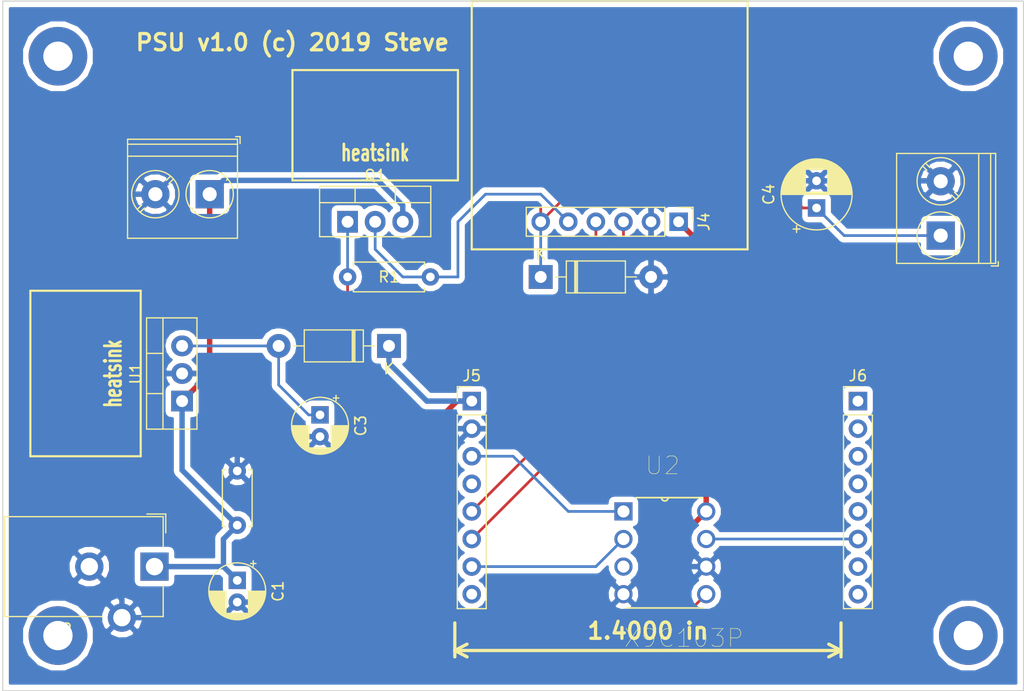
<source format=kicad_pcb>
(kicad_pcb (version 20171130) (host pcbnew 5.0.2+dfsg1-1~bpo9+1)

  (general
    (thickness 1.6)
    (drawings 23)
    (tracks 97)
    (zones 0)
    (modules 20)
    (nets 23)
  )

  (page A4)
  (layers
    (0 F.Cu signal)
    (31 B.Cu signal)
    (32 B.Adhes user)
    (33 F.Adhes user)
    (34 B.Paste user)
    (35 F.Paste user)
    (36 B.SilkS user)
    (37 F.SilkS user)
    (38 B.Mask user)
    (39 F.Mask user)
    (40 Dwgs.User user)
    (41 Cmts.User user)
    (42 Eco1.User user)
    (43 Eco2.User user)
    (44 Edge.Cuts user)
    (45 Margin user)
    (46 B.CrtYd user)
    (47 F.CrtYd user)
    (48 B.Fab user)
    (49 F.Fab user)
  )

  (setup
    (last_trace_width 0.25)
    (trace_clearance 0.2)
    (zone_clearance 0.508)
    (zone_45_only no)
    (trace_min 0.2)
    (segment_width 0.2)
    (edge_width 0.1)
    (via_size 0.8)
    (via_drill 0.4)
    (via_min_size 0.4)
    (via_min_drill 0.3)
    (uvia_size 0.3)
    (uvia_drill 0.1)
    (uvias_allowed no)
    (uvia_min_size 0.2)
    (uvia_min_drill 0.1)
    (pcb_text_width 0.3)
    (pcb_text_size 1.5 1.5)
    (mod_edge_width 0.15)
    (mod_text_size 1 1)
    (mod_text_width 0.15)
    (pad_size 1.5 1.5)
    (pad_drill 0.6)
    (pad_to_mask_clearance 0)
    (solder_mask_min_width 0.25)
    (aux_axis_origin 0 0)
    (visible_elements FFFFFF7F)
    (pcbplotparams
      (layerselection 0x010f0_ffffffff)
      (usegerberextensions true)
      (usegerberattributes false)
      (usegerberadvancedattributes false)
      (creategerberjobfile false)
      (excludeedgelayer true)
      (linewidth 0.100000)
      (plotframeref false)
      (viasonmask false)
      (mode 1)
      (useauxorigin false)
      (hpglpennumber 1)
      (hpglpenspeed 20)
      (hpglpendiameter 15.000000)
      (psnegative false)
      (psa4output false)
      (plotreference true)
      (plotvalue true)
      (plotinvisibletext false)
      (padsonsilk false)
      (subtractmaskfromsilk false)
      (outputformat 1)
      (mirror false)
      (drillshape 0)
      (scaleselection 1)
      (outputdirectory "./gerbers"))
  )

  (net 0 "")
  (net 1 "Net-(J5-Pad3)")
  (net 2 "Net-(J5-Pad7)")
  (net 3 "Net-(U2-Pad3)")
  (net 4 GND)
  (net 5 "Net-(Q1-Pad1)")
  (net 6 "Net-(J6-Pad6)")
  (net 7 +5V)
  (net 8 +15V)
  (net 9 "Net-(C4-Pad1)")
  (net 10 "Net-(J4-Pad5)")
  (net 11 "Net-(C3-Pad1)")
  (net 12 "Net-(J5-Pad4)")
  (net 13 "Net-(J4-Pad3)")
  (net 14 "Net-(J4-Pad4)")
  (net 15 "Net-(J5-Pad8)")
  (net 16 "Net-(J6-Pad8)")
  (net 17 "Net-(J6-Pad7)")
  (net 18 "Net-(J6-Pad5)")
  (net 19 "Net-(J6-Pad4)")
  (net 20 "Net-(J6-Pad3)")
  (net 21 "Net-(J6-Pad2)")
  (net 22 "Net-(J6-Pad1)")

  (net_class Default "This is the default net class."
    (clearance 0.2)
    (trace_width 0.25)
    (via_dia 0.8)
    (via_drill 0.4)
    (uvia_dia 0.3)
    (uvia_drill 0.1)
    (add_net "Net-(C3-Pad1)")
    (add_net "Net-(C4-Pad1)")
    (add_net "Net-(J4-Pad3)")
    (add_net "Net-(J4-Pad4)")
    (add_net "Net-(J4-Pad5)")
    (add_net "Net-(J5-Pad3)")
    (add_net "Net-(J5-Pad4)")
    (add_net "Net-(J5-Pad7)")
    (add_net "Net-(J5-Pad8)")
    (add_net "Net-(J6-Pad1)")
    (add_net "Net-(J6-Pad2)")
    (add_net "Net-(J6-Pad3)")
    (add_net "Net-(J6-Pad4)")
    (add_net "Net-(J6-Pad5)")
    (add_net "Net-(J6-Pad6)")
    (add_net "Net-(J6-Pad7)")
    (add_net "Net-(J6-Pad8)")
    (add_net "Net-(Q1-Pad1)")
    (add_net "Net-(U2-Pad3)")
  )

  (net_class +15V ""
    (clearance 0.2)
    (trace_width 0.5)
    (via_dia 0.8)
    (via_drill 0.4)
    (uvia_dia 0.3)
    (uvia_drill 0.1)
    (add_net +15V)
  )

  (net_class +5V ""
    (clearance 0.2)
    (trace_width 0.5)
    (via_dia 0.8)
    (via_drill 0.4)
    (uvia_dia 0.3)
    (uvia_drill 0.1)
    (add_net +5V)
  )

  (net_class GND ""
    (clearance 0.2)
    (trace_width 0.5)
    (via_dia 0.8)
    (via_drill 0.4)
    (uvia_dia 0.3)
    (uvia_drill 0.1)
    (add_net GND)
  )

  (module MountingHole:MountingHole_2.7mm_M2.5_Pad (layer F.Cu) (tedit 5CEA9A99) (tstamp 5D038937)
    (at 43.18 90.17)
    (descr "Mounting Hole 2.7mm, M2.5")
    (tags "mounting hole 2.7mm m2.5")
    (attr virtual)
    (fp_text reference REF** (at 0 -3.7) (layer F.SilkS) hide
      (effects (font (size 1 1) (thickness 0.15)))
    )
    (fp_text value MountingHole_2.7mm_M2.5_Pad (at 0 3.7) (layer F.Fab) hide
      (effects (font (size 1 1) (thickness 0.15)))
    )
    (fp_text user %R (at 0.3 0) (layer F.Fab)
      (effects (font (size 1 1) (thickness 0.15)))
    )
    (fp_circle (center 0 0) (end 2.7 0) (layer Cmts.User) (width 0.15))
    (fp_circle (center 0 0) (end 2.95 0) (layer F.CrtYd) (width 0.05))
    (pad 1 thru_hole circle (at 0 0) (size 5.4 5.4) (drill 2.7) (layers *.Cu *.Mask))
  )

  (module MountingHole:MountingHole_2.7mm_M2.5_Pad (layer F.Cu) (tedit 5CEA9A99) (tstamp 5D038921)
    (at 127 90.17)
    (descr "Mounting Hole 2.7mm, M2.5")
    (tags "mounting hole 2.7mm m2.5")
    (attr virtual)
    (fp_text reference REF** (at 0 -3.7) (layer F.SilkS) hide
      (effects (font (size 1 1) (thickness 0.15)))
    )
    (fp_text value MountingHole_2.7mm_M2.5_Pad (at 0 3.7) (layer F.Fab) hide
      (effects (font (size 1 1) (thickness 0.15)))
    )
    (fp_circle (center 0 0) (end 2.95 0) (layer F.CrtYd) (width 0.05))
    (fp_circle (center 0 0) (end 2.7 0) (layer Cmts.User) (width 0.15))
    (fp_text user %R (at 0.3 0) (layer F.Fab)
      (effects (font (size 1 1) (thickness 0.15)))
    )
    (pad 1 thru_hole circle (at 0 0) (size 5.4 5.4) (drill 2.7) (layers *.Cu *.Mask))
  )

  (module MountingHole:MountingHole_2.7mm_M2.5_Pad (layer F.Cu) (tedit 5CEA9A99) (tstamp 5D03890B)
    (at 127 36.83)
    (descr "Mounting Hole 2.7mm, M2.5")
    (tags "mounting hole 2.7mm m2.5")
    (attr virtual)
    (fp_text reference REF** (at 0 -3.7) (layer F.SilkS) hide
      (effects (font (size 1 1) (thickness 0.15)))
    )
    (fp_text value MountingHole_2.7mm_M2.5_Pad (at 0 3.7) (layer F.Fab) hide
      (effects (font (size 1 1) (thickness 0.15)))
    )
    (fp_text user %R (at 0.3 0) (layer F.Fab)
      (effects (font (size 1 1) (thickness 0.15)))
    )
    (fp_circle (center 0 0) (end 2.7 0) (layer Cmts.User) (width 0.15))
    (fp_circle (center 0 0) (end 2.95 0) (layer F.CrtYd) (width 0.05))
    (pad 1 thru_hole circle (at 0 0) (size 5.4 5.4) (drill 2.7) (layers *.Cu *.Mask))
  )

  (module Capacitor_THT:CP_Radial_D5.0mm_P2.00mm (layer F.Cu) (tedit 5AE50EF0) (tstamp 5CF71CDA)
    (at 67.31 69.85 270)
    (descr "CP, Radial series, Radial, pin pitch=2.00mm, , diameter=5mm, Electrolytic Capacitor")
    (tags "CP Radial series Radial pin pitch 2.00mm  diameter 5mm Electrolytic Capacitor")
    (path /5CD91F71)
    (fp_text reference C3 (at 1 -3.75 270) (layer F.SilkS)
      (effects (font (size 1 1) (thickness 0.15)))
    )
    (fp_text value 47u (at 1 3.75 270) (layer F.Fab)
      (effects (font (size 1 1) (thickness 0.15)))
    )
    (fp_text user %R (at 1 0 270) (layer F.Fab)
      (effects (font (size 1 1) (thickness 0.15)))
    )
    (fp_line (start -1.554775 -1.725) (end -1.554775 -1.225) (layer F.SilkS) (width 0.12))
    (fp_line (start -1.804775 -1.475) (end -1.304775 -1.475) (layer F.SilkS) (width 0.12))
    (fp_line (start 3.601 -0.284) (end 3.601 0.284) (layer F.SilkS) (width 0.12))
    (fp_line (start 3.561 -0.518) (end 3.561 0.518) (layer F.SilkS) (width 0.12))
    (fp_line (start 3.521 -0.677) (end 3.521 0.677) (layer F.SilkS) (width 0.12))
    (fp_line (start 3.481 -0.805) (end 3.481 0.805) (layer F.SilkS) (width 0.12))
    (fp_line (start 3.441 -0.915) (end 3.441 0.915) (layer F.SilkS) (width 0.12))
    (fp_line (start 3.401 -1.011) (end 3.401 1.011) (layer F.SilkS) (width 0.12))
    (fp_line (start 3.361 -1.098) (end 3.361 1.098) (layer F.SilkS) (width 0.12))
    (fp_line (start 3.321 -1.178) (end 3.321 1.178) (layer F.SilkS) (width 0.12))
    (fp_line (start 3.281 -1.251) (end 3.281 1.251) (layer F.SilkS) (width 0.12))
    (fp_line (start 3.241 -1.319) (end 3.241 1.319) (layer F.SilkS) (width 0.12))
    (fp_line (start 3.201 -1.383) (end 3.201 1.383) (layer F.SilkS) (width 0.12))
    (fp_line (start 3.161 -1.443) (end 3.161 1.443) (layer F.SilkS) (width 0.12))
    (fp_line (start 3.121 -1.5) (end 3.121 1.5) (layer F.SilkS) (width 0.12))
    (fp_line (start 3.081 -1.554) (end 3.081 1.554) (layer F.SilkS) (width 0.12))
    (fp_line (start 3.041 -1.605) (end 3.041 1.605) (layer F.SilkS) (width 0.12))
    (fp_line (start 3.001 1.04) (end 3.001 1.653) (layer F.SilkS) (width 0.12))
    (fp_line (start 3.001 -1.653) (end 3.001 -1.04) (layer F.SilkS) (width 0.12))
    (fp_line (start 2.961 1.04) (end 2.961 1.699) (layer F.SilkS) (width 0.12))
    (fp_line (start 2.961 -1.699) (end 2.961 -1.04) (layer F.SilkS) (width 0.12))
    (fp_line (start 2.921 1.04) (end 2.921 1.743) (layer F.SilkS) (width 0.12))
    (fp_line (start 2.921 -1.743) (end 2.921 -1.04) (layer F.SilkS) (width 0.12))
    (fp_line (start 2.881 1.04) (end 2.881 1.785) (layer F.SilkS) (width 0.12))
    (fp_line (start 2.881 -1.785) (end 2.881 -1.04) (layer F.SilkS) (width 0.12))
    (fp_line (start 2.841 1.04) (end 2.841 1.826) (layer F.SilkS) (width 0.12))
    (fp_line (start 2.841 -1.826) (end 2.841 -1.04) (layer F.SilkS) (width 0.12))
    (fp_line (start 2.801 1.04) (end 2.801 1.864) (layer F.SilkS) (width 0.12))
    (fp_line (start 2.801 -1.864) (end 2.801 -1.04) (layer F.SilkS) (width 0.12))
    (fp_line (start 2.761 1.04) (end 2.761 1.901) (layer F.SilkS) (width 0.12))
    (fp_line (start 2.761 -1.901) (end 2.761 -1.04) (layer F.SilkS) (width 0.12))
    (fp_line (start 2.721 1.04) (end 2.721 1.937) (layer F.SilkS) (width 0.12))
    (fp_line (start 2.721 -1.937) (end 2.721 -1.04) (layer F.SilkS) (width 0.12))
    (fp_line (start 2.681 1.04) (end 2.681 1.971) (layer F.SilkS) (width 0.12))
    (fp_line (start 2.681 -1.971) (end 2.681 -1.04) (layer F.SilkS) (width 0.12))
    (fp_line (start 2.641 1.04) (end 2.641 2.004) (layer F.SilkS) (width 0.12))
    (fp_line (start 2.641 -2.004) (end 2.641 -1.04) (layer F.SilkS) (width 0.12))
    (fp_line (start 2.601 1.04) (end 2.601 2.035) (layer F.SilkS) (width 0.12))
    (fp_line (start 2.601 -2.035) (end 2.601 -1.04) (layer F.SilkS) (width 0.12))
    (fp_line (start 2.561 1.04) (end 2.561 2.065) (layer F.SilkS) (width 0.12))
    (fp_line (start 2.561 -2.065) (end 2.561 -1.04) (layer F.SilkS) (width 0.12))
    (fp_line (start 2.521 1.04) (end 2.521 2.095) (layer F.SilkS) (width 0.12))
    (fp_line (start 2.521 -2.095) (end 2.521 -1.04) (layer F.SilkS) (width 0.12))
    (fp_line (start 2.481 1.04) (end 2.481 2.122) (layer F.SilkS) (width 0.12))
    (fp_line (start 2.481 -2.122) (end 2.481 -1.04) (layer F.SilkS) (width 0.12))
    (fp_line (start 2.441 1.04) (end 2.441 2.149) (layer F.SilkS) (width 0.12))
    (fp_line (start 2.441 -2.149) (end 2.441 -1.04) (layer F.SilkS) (width 0.12))
    (fp_line (start 2.401 1.04) (end 2.401 2.175) (layer F.SilkS) (width 0.12))
    (fp_line (start 2.401 -2.175) (end 2.401 -1.04) (layer F.SilkS) (width 0.12))
    (fp_line (start 2.361 1.04) (end 2.361 2.2) (layer F.SilkS) (width 0.12))
    (fp_line (start 2.361 -2.2) (end 2.361 -1.04) (layer F.SilkS) (width 0.12))
    (fp_line (start 2.321 1.04) (end 2.321 2.224) (layer F.SilkS) (width 0.12))
    (fp_line (start 2.321 -2.224) (end 2.321 -1.04) (layer F.SilkS) (width 0.12))
    (fp_line (start 2.281 1.04) (end 2.281 2.247) (layer F.SilkS) (width 0.12))
    (fp_line (start 2.281 -2.247) (end 2.281 -1.04) (layer F.SilkS) (width 0.12))
    (fp_line (start 2.241 1.04) (end 2.241 2.268) (layer F.SilkS) (width 0.12))
    (fp_line (start 2.241 -2.268) (end 2.241 -1.04) (layer F.SilkS) (width 0.12))
    (fp_line (start 2.201 1.04) (end 2.201 2.29) (layer F.SilkS) (width 0.12))
    (fp_line (start 2.201 -2.29) (end 2.201 -1.04) (layer F.SilkS) (width 0.12))
    (fp_line (start 2.161 1.04) (end 2.161 2.31) (layer F.SilkS) (width 0.12))
    (fp_line (start 2.161 -2.31) (end 2.161 -1.04) (layer F.SilkS) (width 0.12))
    (fp_line (start 2.121 1.04) (end 2.121 2.329) (layer F.SilkS) (width 0.12))
    (fp_line (start 2.121 -2.329) (end 2.121 -1.04) (layer F.SilkS) (width 0.12))
    (fp_line (start 2.081 1.04) (end 2.081 2.348) (layer F.SilkS) (width 0.12))
    (fp_line (start 2.081 -2.348) (end 2.081 -1.04) (layer F.SilkS) (width 0.12))
    (fp_line (start 2.041 1.04) (end 2.041 2.365) (layer F.SilkS) (width 0.12))
    (fp_line (start 2.041 -2.365) (end 2.041 -1.04) (layer F.SilkS) (width 0.12))
    (fp_line (start 2.001 1.04) (end 2.001 2.382) (layer F.SilkS) (width 0.12))
    (fp_line (start 2.001 -2.382) (end 2.001 -1.04) (layer F.SilkS) (width 0.12))
    (fp_line (start 1.961 1.04) (end 1.961 2.398) (layer F.SilkS) (width 0.12))
    (fp_line (start 1.961 -2.398) (end 1.961 -1.04) (layer F.SilkS) (width 0.12))
    (fp_line (start 1.921 1.04) (end 1.921 2.414) (layer F.SilkS) (width 0.12))
    (fp_line (start 1.921 -2.414) (end 1.921 -1.04) (layer F.SilkS) (width 0.12))
    (fp_line (start 1.881 1.04) (end 1.881 2.428) (layer F.SilkS) (width 0.12))
    (fp_line (start 1.881 -2.428) (end 1.881 -1.04) (layer F.SilkS) (width 0.12))
    (fp_line (start 1.841 1.04) (end 1.841 2.442) (layer F.SilkS) (width 0.12))
    (fp_line (start 1.841 -2.442) (end 1.841 -1.04) (layer F.SilkS) (width 0.12))
    (fp_line (start 1.801 1.04) (end 1.801 2.455) (layer F.SilkS) (width 0.12))
    (fp_line (start 1.801 -2.455) (end 1.801 -1.04) (layer F.SilkS) (width 0.12))
    (fp_line (start 1.761 1.04) (end 1.761 2.468) (layer F.SilkS) (width 0.12))
    (fp_line (start 1.761 -2.468) (end 1.761 -1.04) (layer F.SilkS) (width 0.12))
    (fp_line (start 1.721 1.04) (end 1.721 2.48) (layer F.SilkS) (width 0.12))
    (fp_line (start 1.721 -2.48) (end 1.721 -1.04) (layer F.SilkS) (width 0.12))
    (fp_line (start 1.68 1.04) (end 1.68 2.491) (layer F.SilkS) (width 0.12))
    (fp_line (start 1.68 -2.491) (end 1.68 -1.04) (layer F.SilkS) (width 0.12))
    (fp_line (start 1.64 1.04) (end 1.64 2.501) (layer F.SilkS) (width 0.12))
    (fp_line (start 1.64 -2.501) (end 1.64 -1.04) (layer F.SilkS) (width 0.12))
    (fp_line (start 1.6 1.04) (end 1.6 2.511) (layer F.SilkS) (width 0.12))
    (fp_line (start 1.6 -2.511) (end 1.6 -1.04) (layer F.SilkS) (width 0.12))
    (fp_line (start 1.56 1.04) (end 1.56 2.52) (layer F.SilkS) (width 0.12))
    (fp_line (start 1.56 -2.52) (end 1.56 -1.04) (layer F.SilkS) (width 0.12))
    (fp_line (start 1.52 1.04) (end 1.52 2.528) (layer F.SilkS) (width 0.12))
    (fp_line (start 1.52 -2.528) (end 1.52 -1.04) (layer F.SilkS) (width 0.12))
    (fp_line (start 1.48 1.04) (end 1.48 2.536) (layer F.SilkS) (width 0.12))
    (fp_line (start 1.48 -2.536) (end 1.48 -1.04) (layer F.SilkS) (width 0.12))
    (fp_line (start 1.44 1.04) (end 1.44 2.543) (layer F.SilkS) (width 0.12))
    (fp_line (start 1.44 -2.543) (end 1.44 -1.04) (layer F.SilkS) (width 0.12))
    (fp_line (start 1.4 1.04) (end 1.4 2.55) (layer F.SilkS) (width 0.12))
    (fp_line (start 1.4 -2.55) (end 1.4 -1.04) (layer F.SilkS) (width 0.12))
    (fp_line (start 1.36 1.04) (end 1.36 2.556) (layer F.SilkS) (width 0.12))
    (fp_line (start 1.36 -2.556) (end 1.36 -1.04) (layer F.SilkS) (width 0.12))
    (fp_line (start 1.32 1.04) (end 1.32 2.561) (layer F.SilkS) (width 0.12))
    (fp_line (start 1.32 -2.561) (end 1.32 -1.04) (layer F.SilkS) (width 0.12))
    (fp_line (start 1.28 1.04) (end 1.28 2.565) (layer F.SilkS) (width 0.12))
    (fp_line (start 1.28 -2.565) (end 1.28 -1.04) (layer F.SilkS) (width 0.12))
    (fp_line (start 1.24 1.04) (end 1.24 2.569) (layer F.SilkS) (width 0.12))
    (fp_line (start 1.24 -2.569) (end 1.24 -1.04) (layer F.SilkS) (width 0.12))
    (fp_line (start 1.2 1.04) (end 1.2 2.573) (layer F.SilkS) (width 0.12))
    (fp_line (start 1.2 -2.573) (end 1.2 -1.04) (layer F.SilkS) (width 0.12))
    (fp_line (start 1.16 1.04) (end 1.16 2.576) (layer F.SilkS) (width 0.12))
    (fp_line (start 1.16 -2.576) (end 1.16 -1.04) (layer F.SilkS) (width 0.12))
    (fp_line (start 1.12 1.04) (end 1.12 2.578) (layer F.SilkS) (width 0.12))
    (fp_line (start 1.12 -2.578) (end 1.12 -1.04) (layer F.SilkS) (width 0.12))
    (fp_line (start 1.08 1.04) (end 1.08 2.579) (layer F.SilkS) (width 0.12))
    (fp_line (start 1.08 -2.579) (end 1.08 -1.04) (layer F.SilkS) (width 0.12))
    (fp_line (start 1.04 -2.58) (end 1.04 -1.04) (layer F.SilkS) (width 0.12))
    (fp_line (start 1.04 1.04) (end 1.04 2.58) (layer F.SilkS) (width 0.12))
    (fp_line (start 1 -2.58) (end 1 -1.04) (layer F.SilkS) (width 0.12))
    (fp_line (start 1 1.04) (end 1 2.58) (layer F.SilkS) (width 0.12))
    (fp_line (start -0.883605 -1.3375) (end -0.883605 -0.8375) (layer F.Fab) (width 0.1))
    (fp_line (start -1.133605 -1.0875) (end -0.633605 -1.0875) (layer F.Fab) (width 0.1))
    (fp_circle (center 1 0) (end 3.75 0) (layer F.CrtYd) (width 0.05))
    (fp_circle (center 1 0) (end 3.62 0) (layer F.SilkS) (width 0.12))
    (fp_circle (center 1 0) (end 3.5 0) (layer F.Fab) (width 0.1))
    (pad 2 thru_hole circle (at 2 0 270) (size 1.6 1.6) (drill 0.8) (layers *.Cu *.Mask)
      (net 4 GND))
    (pad 1 thru_hole rect (at 0 0 270) (size 1.6 1.6) (drill 0.8) (layers *.Cu *.Mask)
      (net 11 "Net-(C3-Pad1)"))
    (model ${KISYS3DMOD}/Capacitor_THT.3dshapes/CP_Radial_D5.0mm_P2.00mm.wrl
      (at (xyz 0 0 0))
      (scale (xyz 1 1 1))
      (rotate (xyz 0 0 0))
    )
  )

  (module Capacitor_THT:CP_Radial_D5.0mm_P2.00mm (layer F.Cu) (tedit 5AE50EF0) (tstamp 5CF71C57)
    (at 59.69 85.09 270)
    (descr "CP, Radial series, Radial, pin pitch=2.00mm, , diameter=5mm, Electrolytic Capacitor")
    (tags "CP Radial series Radial pin pitch 2.00mm  diameter 5mm Electrolytic Capacitor")
    (path /5CD9263A)
    (fp_text reference C1 (at 1 -3.75 270) (layer F.SilkS)
      (effects (font (size 1 1) (thickness 0.15)))
    )
    (fp_text value 47u (at 1 3.75 270) (layer F.Fab)
      (effects (font (size 1 1) (thickness 0.15)))
    )
    (fp_circle (center 1 0) (end 3.5 0) (layer F.Fab) (width 0.1))
    (fp_circle (center 1 0) (end 3.62 0) (layer F.SilkS) (width 0.12))
    (fp_circle (center 1 0) (end 3.75 0) (layer F.CrtYd) (width 0.05))
    (fp_line (start -1.133605 -1.0875) (end -0.633605 -1.0875) (layer F.Fab) (width 0.1))
    (fp_line (start -0.883605 -1.3375) (end -0.883605 -0.8375) (layer F.Fab) (width 0.1))
    (fp_line (start 1 1.04) (end 1 2.58) (layer F.SilkS) (width 0.12))
    (fp_line (start 1 -2.58) (end 1 -1.04) (layer F.SilkS) (width 0.12))
    (fp_line (start 1.04 1.04) (end 1.04 2.58) (layer F.SilkS) (width 0.12))
    (fp_line (start 1.04 -2.58) (end 1.04 -1.04) (layer F.SilkS) (width 0.12))
    (fp_line (start 1.08 -2.579) (end 1.08 -1.04) (layer F.SilkS) (width 0.12))
    (fp_line (start 1.08 1.04) (end 1.08 2.579) (layer F.SilkS) (width 0.12))
    (fp_line (start 1.12 -2.578) (end 1.12 -1.04) (layer F.SilkS) (width 0.12))
    (fp_line (start 1.12 1.04) (end 1.12 2.578) (layer F.SilkS) (width 0.12))
    (fp_line (start 1.16 -2.576) (end 1.16 -1.04) (layer F.SilkS) (width 0.12))
    (fp_line (start 1.16 1.04) (end 1.16 2.576) (layer F.SilkS) (width 0.12))
    (fp_line (start 1.2 -2.573) (end 1.2 -1.04) (layer F.SilkS) (width 0.12))
    (fp_line (start 1.2 1.04) (end 1.2 2.573) (layer F.SilkS) (width 0.12))
    (fp_line (start 1.24 -2.569) (end 1.24 -1.04) (layer F.SilkS) (width 0.12))
    (fp_line (start 1.24 1.04) (end 1.24 2.569) (layer F.SilkS) (width 0.12))
    (fp_line (start 1.28 -2.565) (end 1.28 -1.04) (layer F.SilkS) (width 0.12))
    (fp_line (start 1.28 1.04) (end 1.28 2.565) (layer F.SilkS) (width 0.12))
    (fp_line (start 1.32 -2.561) (end 1.32 -1.04) (layer F.SilkS) (width 0.12))
    (fp_line (start 1.32 1.04) (end 1.32 2.561) (layer F.SilkS) (width 0.12))
    (fp_line (start 1.36 -2.556) (end 1.36 -1.04) (layer F.SilkS) (width 0.12))
    (fp_line (start 1.36 1.04) (end 1.36 2.556) (layer F.SilkS) (width 0.12))
    (fp_line (start 1.4 -2.55) (end 1.4 -1.04) (layer F.SilkS) (width 0.12))
    (fp_line (start 1.4 1.04) (end 1.4 2.55) (layer F.SilkS) (width 0.12))
    (fp_line (start 1.44 -2.543) (end 1.44 -1.04) (layer F.SilkS) (width 0.12))
    (fp_line (start 1.44 1.04) (end 1.44 2.543) (layer F.SilkS) (width 0.12))
    (fp_line (start 1.48 -2.536) (end 1.48 -1.04) (layer F.SilkS) (width 0.12))
    (fp_line (start 1.48 1.04) (end 1.48 2.536) (layer F.SilkS) (width 0.12))
    (fp_line (start 1.52 -2.528) (end 1.52 -1.04) (layer F.SilkS) (width 0.12))
    (fp_line (start 1.52 1.04) (end 1.52 2.528) (layer F.SilkS) (width 0.12))
    (fp_line (start 1.56 -2.52) (end 1.56 -1.04) (layer F.SilkS) (width 0.12))
    (fp_line (start 1.56 1.04) (end 1.56 2.52) (layer F.SilkS) (width 0.12))
    (fp_line (start 1.6 -2.511) (end 1.6 -1.04) (layer F.SilkS) (width 0.12))
    (fp_line (start 1.6 1.04) (end 1.6 2.511) (layer F.SilkS) (width 0.12))
    (fp_line (start 1.64 -2.501) (end 1.64 -1.04) (layer F.SilkS) (width 0.12))
    (fp_line (start 1.64 1.04) (end 1.64 2.501) (layer F.SilkS) (width 0.12))
    (fp_line (start 1.68 -2.491) (end 1.68 -1.04) (layer F.SilkS) (width 0.12))
    (fp_line (start 1.68 1.04) (end 1.68 2.491) (layer F.SilkS) (width 0.12))
    (fp_line (start 1.721 -2.48) (end 1.721 -1.04) (layer F.SilkS) (width 0.12))
    (fp_line (start 1.721 1.04) (end 1.721 2.48) (layer F.SilkS) (width 0.12))
    (fp_line (start 1.761 -2.468) (end 1.761 -1.04) (layer F.SilkS) (width 0.12))
    (fp_line (start 1.761 1.04) (end 1.761 2.468) (layer F.SilkS) (width 0.12))
    (fp_line (start 1.801 -2.455) (end 1.801 -1.04) (layer F.SilkS) (width 0.12))
    (fp_line (start 1.801 1.04) (end 1.801 2.455) (layer F.SilkS) (width 0.12))
    (fp_line (start 1.841 -2.442) (end 1.841 -1.04) (layer F.SilkS) (width 0.12))
    (fp_line (start 1.841 1.04) (end 1.841 2.442) (layer F.SilkS) (width 0.12))
    (fp_line (start 1.881 -2.428) (end 1.881 -1.04) (layer F.SilkS) (width 0.12))
    (fp_line (start 1.881 1.04) (end 1.881 2.428) (layer F.SilkS) (width 0.12))
    (fp_line (start 1.921 -2.414) (end 1.921 -1.04) (layer F.SilkS) (width 0.12))
    (fp_line (start 1.921 1.04) (end 1.921 2.414) (layer F.SilkS) (width 0.12))
    (fp_line (start 1.961 -2.398) (end 1.961 -1.04) (layer F.SilkS) (width 0.12))
    (fp_line (start 1.961 1.04) (end 1.961 2.398) (layer F.SilkS) (width 0.12))
    (fp_line (start 2.001 -2.382) (end 2.001 -1.04) (layer F.SilkS) (width 0.12))
    (fp_line (start 2.001 1.04) (end 2.001 2.382) (layer F.SilkS) (width 0.12))
    (fp_line (start 2.041 -2.365) (end 2.041 -1.04) (layer F.SilkS) (width 0.12))
    (fp_line (start 2.041 1.04) (end 2.041 2.365) (layer F.SilkS) (width 0.12))
    (fp_line (start 2.081 -2.348) (end 2.081 -1.04) (layer F.SilkS) (width 0.12))
    (fp_line (start 2.081 1.04) (end 2.081 2.348) (layer F.SilkS) (width 0.12))
    (fp_line (start 2.121 -2.329) (end 2.121 -1.04) (layer F.SilkS) (width 0.12))
    (fp_line (start 2.121 1.04) (end 2.121 2.329) (layer F.SilkS) (width 0.12))
    (fp_line (start 2.161 -2.31) (end 2.161 -1.04) (layer F.SilkS) (width 0.12))
    (fp_line (start 2.161 1.04) (end 2.161 2.31) (layer F.SilkS) (width 0.12))
    (fp_line (start 2.201 -2.29) (end 2.201 -1.04) (layer F.SilkS) (width 0.12))
    (fp_line (start 2.201 1.04) (end 2.201 2.29) (layer F.SilkS) (width 0.12))
    (fp_line (start 2.241 -2.268) (end 2.241 -1.04) (layer F.SilkS) (width 0.12))
    (fp_line (start 2.241 1.04) (end 2.241 2.268) (layer F.SilkS) (width 0.12))
    (fp_line (start 2.281 -2.247) (end 2.281 -1.04) (layer F.SilkS) (width 0.12))
    (fp_line (start 2.281 1.04) (end 2.281 2.247) (layer F.SilkS) (width 0.12))
    (fp_line (start 2.321 -2.224) (end 2.321 -1.04) (layer F.SilkS) (width 0.12))
    (fp_line (start 2.321 1.04) (end 2.321 2.224) (layer F.SilkS) (width 0.12))
    (fp_line (start 2.361 -2.2) (end 2.361 -1.04) (layer F.SilkS) (width 0.12))
    (fp_line (start 2.361 1.04) (end 2.361 2.2) (layer F.SilkS) (width 0.12))
    (fp_line (start 2.401 -2.175) (end 2.401 -1.04) (layer F.SilkS) (width 0.12))
    (fp_line (start 2.401 1.04) (end 2.401 2.175) (layer F.SilkS) (width 0.12))
    (fp_line (start 2.441 -2.149) (end 2.441 -1.04) (layer F.SilkS) (width 0.12))
    (fp_line (start 2.441 1.04) (end 2.441 2.149) (layer F.SilkS) (width 0.12))
    (fp_line (start 2.481 -2.122) (end 2.481 -1.04) (layer F.SilkS) (width 0.12))
    (fp_line (start 2.481 1.04) (end 2.481 2.122) (layer F.SilkS) (width 0.12))
    (fp_line (start 2.521 -2.095) (end 2.521 -1.04) (layer F.SilkS) (width 0.12))
    (fp_line (start 2.521 1.04) (end 2.521 2.095) (layer F.SilkS) (width 0.12))
    (fp_line (start 2.561 -2.065) (end 2.561 -1.04) (layer F.SilkS) (width 0.12))
    (fp_line (start 2.561 1.04) (end 2.561 2.065) (layer F.SilkS) (width 0.12))
    (fp_line (start 2.601 -2.035) (end 2.601 -1.04) (layer F.SilkS) (width 0.12))
    (fp_line (start 2.601 1.04) (end 2.601 2.035) (layer F.SilkS) (width 0.12))
    (fp_line (start 2.641 -2.004) (end 2.641 -1.04) (layer F.SilkS) (width 0.12))
    (fp_line (start 2.641 1.04) (end 2.641 2.004) (layer F.SilkS) (width 0.12))
    (fp_line (start 2.681 -1.971) (end 2.681 -1.04) (layer F.SilkS) (width 0.12))
    (fp_line (start 2.681 1.04) (end 2.681 1.971) (layer F.SilkS) (width 0.12))
    (fp_line (start 2.721 -1.937) (end 2.721 -1.04) (layer F.SilkS) (width 0.12))
    (fp_line (start 2.721 1.04) (end 2.721 1.937) (layer F.SilkS) (width 0.12))
    (fp_line (start 2.761 -1.901) (end 2.761 -1.04) (layer F.SilkS) (width 0.12))
    (fp_line (start 2.761 1.04) (end 2.761 1.901) (layer F.SilkS) (width 0.12))
    (fp_line (start 2.801 -1.864) (end 2.801 -1.04) (layer F.SilkS) (width 0.12))
    (fp_line (start 2.801 1.04) (end 2.801 1.864) (layer F.SilkS) (width 0.12))
    (fp_line (start 2.841 -1.826) (end 2.841 -1.04) (layer F.SilkS) (width 0.12))
    (fp_line (start 2.841 1.04) (end 2.841 1.826) (layer F.SilkS) (width 0.12))
    (fp_line (start 2.881 -1.785) (end 2.881 -1.04) (layer F.SilkS) (width 0.12))
    (fp_line (start 2.881 1.04) (end 2.881 1.785) (layer F.SilkS) (width 0.12))
    (fp_line (start 2.921 -1.743) (end 2.921 -1.04) (layer F.SilkS) (width 0.12))
    (fp_line (start 2.921 1.04) (end 2.921 1.743) (layer F.SilkS) (width 0.12))
    (fp_line (start 2.961 -1.699) (end 2.961 -1.04) (layer F.SilkS) (width 0.12))
    (fp_line (start 2.961 1.04) (end 2.961 1.699) (layer F.SilkS) (width 0.12))
    (fp_line (start 3.001 -1.653) (end 3.001 -1.04) (layer F.SilkS) (width 0.12))
    (fp_line (start 3.001 1.04) (end 3.001 1.653) (layer F.SilkS) (width 0.12))
    (fp_line (start 3.041 -1.605) (end 3.041 1.605) (layer F.SilkS) (width 0.12))
    (fp_line (start 3.081 -1.554) (end 3.081 1.554) (layer F.SilkS) (width 0.12))
    (fp_line (start 3.121 -1.5) (end 3.121 1.5) (layer F.SilkS) (width 0.12))
    (fp_line (start 3.161 -1.443) (end 3.161 1.443) (layer F.SilkS) (width 0.12))
    (fp_line (start 3.201 -1.383) (end 3.201 1.383) (layer F.SilkS) (width 0.12))
    (fp_line (start 3.241 -1.319) (end 3.241 1.319) (layer F.SilkS) (width 0.12))
    (fp_line (start 3.281 -1.251) (end 3.281 1.251) (layer F.SilkS) (width 0.12))
    (fp_line (start 3.321 -1.178) (end 3.321 1.178) (layer F.SilkS) (width 0.12))
    (fp_line (start 3.361 -1.098) (end 3.361 1.098) (layer F.SilkS) (width 0.12))
    (fp_line (start 3.401 -1.011) (end 3.401 1.011) (layer F.SilkS) (width 0.12))
    (fp_line (start 3.441 -0.915) (end 3.441 0.915) (layer F.SilkS) (width 0.12))
    (fp_line (start 3.481 -0.805) (end 3.481 0.805) (layer F.SilkS) (width 0.12))
    (fp_line (start 3.521 -0.677) (end 3.521 0.677) (layer F.SilkS) (width 0.12))
    (fp_line (start 3.561 -0.518) (end 3.561 0.518) (layer F.SilkS) (width 0.12))
    (fp_line (start 3.601 -0.284) (end 3.601 0.284) (layer F.SilkS) (width 0.12))
    (fp_line (start -1.804775 -1.475) (end -1.304775 -1.475) (layer F.SilkS) (width 0.12))
    (fp_line (start -1.554775 -1.725) (end -1.554775 -1.225) (layer F.SilkS) (width 0.12))
    (fp_text user %R (at 1 0 270) (layer F.Fab)
      (effects (font (size 1 1) (thickness 0.15)))
    )
    (pad 1 thru_hole rect (at 0 0 270) (size 1.6 1.6) (drill 0.8) (layers *.Cu *.Mask)
      (net 8 +15V))
    (pad 2 thru_hole circle (at 2 0 270) (size 1.6 1.6) (drill 0.8) (layers *.Cu *.Mask)
      (net 4 GND))
    (model ${KISYS3DMOD}/Capacitor_THT.3dshapes/CP_Radial_D5.0mm_P2.00mm.wrl
      (at (xyz 0 0 0))
      (scale (xyz 1 1 1))
      (rotate (xyz 0 0 0))
    )
  )

  (module Capacitor_THT:CP_Radial_D6.3mm_P2.50mm (layer F.Cu) (tedit 5AE50EF0) (tstamp 5CF71BD4)
    (at 113.03 50.8 90)
    (descr "CP, Radial series, Radial, pin pitch=2.50mm, , diameter=6.3mm, Electrolytic Capacitor")
    (tags "CP Radial series Radial pin pitch 2.50mm  diameter 6.3mm Electrolytic Capacitor")
    (path /5CE1E782)
    (fp_text reference C4 (at 1.25 -4.4 90) (layer F.SilkS)
      (effects (font (size 1 1) (thickness 0.15)))
    )
    (fp_text value 220u (at 1.25 4.4 90) (layer F.Fab)
      (effects (font (size 1 1) (thickness 0.15)))
    )
    (fp_circle (center 1.25 0) (end 4.4 0) (layer F.Fab) (width 0.1))
    (fp_circle (center 1.25 0) (end 4.52 0) (layer F.SilkS) (width 0.12))
    (fp_circle (center 1.25 0) (end 4.65 0) (layer F.CrtYd) (width 0.05))
    (fp_line (start -1.443972 -1.3735) (end -0.813972 -1.3735) (layer F.Fab) (width 0.1))
    (fp_line (start -1.128972 -1.6885) (end -1.128972 -1.0585) (layer F.Fab) (width 0.1))
    (fp_line (start 1.25 -3.23) (end 1.25 3.23) (layer F.SilkS) (width 0.12))
    (fp_line (start 1.29 -3.23) (end 1.29 3.23) (layer F.SilkS) (width 0.12))
    (fp_line (start 1.33 -3.23) (end 1.33 3.23) (layer F.SilkS) (width 0.12))
    (fp_line (start 1.37 -3.228) (end 1.37 3.228) (layer F.SilkS) (width 0.12))
    (fp_line (start 1.41 -3.227) (end 1.41 3.227) (layer F.SilkS) (width 0.12))
    (fp_line (start 1.45 -3.224) (end 1.45 3.224) (layer F.SilkS) (width 0.12))
    (fp_line (start 1.49 -3.222) (end 1.49 -1.04) (layer F.SilkS) (width 0.12))
    (fp_line (start 1.49 1.04) (end 1.49 3.222) (layer F.SilkS) (width 0.12))
    (fp_line (start 1.53 -3.218) (end 1.53 -1.04) (layer F.SilkS) (width 0.12))
    (fp_line (start 1.53 1.04) (end 1.53 3.218) (layer F.SilkS) (width 0.12))
    (fp_line (start 1.57 -3.215) (end 1.57 -1.04) (layer F.SilkS) (width 0.12))
    (fp_line (start 1.57 1.04) (end 1.57 3.215) (layer F.SilkS) (width 0.12))
    (fp_line (start 1.61 -3.211) (end 1.61 -1.04) (layer F.SilkS) (width 0.12))
    (fp_line (start 1.61 1.04) (end 1.61 3.211) (layer F.SilkS) (width 0.12))
    (fp_line (start 1.65 -3.206) (end 1.65 -1.04) (layer F.SilkS) (width 0.12))
    (fp_line (start 1.65 1.04) (end 1.65 3.206) (layer F.SilkS) (width 0.12))
    (fp_line (start 1.69 -3.201) (end 1.69 -1.04) (layer F.SilkS) (width 0.12))
    (fp_line (start 1.69 1.04) (end 1.69 3.201) (layer F.SilkS) (width 0.12))
    (fp_line (start 1.73 -3.195) (end 1.73 -1.04) (layer F.SilkS) (width 0.12))
    (fp_line (start 1.73 1.04) (end 1.73 3.195) (layer F.SilkS) (width 0.12))
    (fp_line (start 1.77 -3.189) (end 1.77 -1.04) (layer F.SilkS) (width 0.12))
    (fp_line (start 1.77 1.04) (end 1.77 3.189) (layer F.SilkS) (width 0.12))
    (fp_line (start 1.81 -3.182) (end 1.81 -1.04) (layer F.SilkS) (width 0.12))
    (fp_line (start 1.81 1.04) (end 1.81 3.182) (layer F.SilkS) (width 0.12))
    (fp_line (start 1.85 -3.175) (end 1.85 -1.04) (layer F.SilkS) (width 0.12))
    (fp_line (start 1.85 1.04) (end 1.85 3.175) (layer F.SilkS) (width 0.12))
    (fp_line (start 1.89 -3.167) (end 1.89 -1.04) (layer F.SilkS) (width 0.12))
    (fp_line (start 1.89 1.04) (end 1.89 3.167) (layer F.SilkS) (width 0.12))
    (fp_line (start 1.93 -3.159) (end 1.93 -1.04) (layer F.SilkS) (width 0.12))
    (fp_line (start 1.93 1.04) (end 1.93 3.159) (layer F.SilkS) (width 0.12))
    (fp_line (start 1.971 -3.15) (end 1.971 -1.04) (layer F.SilkS) (width 0.12))
    (fp_line (start 1.971 1.04) (end 1.971 3.15) (layer F.SilkS) (width 0.12))
    (fp_line (start 2.011 -3.141) (end 2.011 -1.04) (layer F.SilkS) (width 0.12))
    (fp_line (start 2.011 1.04) (end 2.011 3.141) (layer F.SilkS) (width 0.12))
    (fp_line (start 2.051 -3.131) (end 2.051 -1.04) (layer F.SilkS) (width 0.12))
    (fp_line (start 2.051 1.04) (end 2.051 3.131) (layer F.SilkS) (width 0.12))
    (fp_line (start 2.091 -3.121) (end 2.091 -1.04) (layer F.SilkS) (width 0.12))
    (fp_line (start 2.091 1.04) (end 2.091 3.121) (layer F.SilkS) (width 0.12))
    (fp_line (start 2.131 -3.11) (end 2.131 -1.04) (layer F.SilkS) (width 0.12))
    (fp_line (start 2.131 1.04) (end 2.131 3.11) (layer F.SilkS) (width 0.12))
    (fp_line (start 2.171 -3.098) (end 2.171 -1.04) (layer F.SilkS) (width 0.12))
    (fp_line (start 2.171 1.04) (end 2.171 3.098) (layer F.SilkS) (width 0.12))
    (fp_line (start 2.211 -3.086) (end 2.211 -1.04) (layer F.SilkS) (width 0.12))
    (fp_line (start 2.211 1.04) (end 2.211 3.086) (layer F.SilkS) (width 0.12))
    (fp_line (start 2.251 -3.074) (end 2.251 -1.04) (layer F.SilkS) (width 0.12))
    (fp_line (start 2.251 1.04) (end 2.251 3.074) (layer F.SilkS) (width 0.12))
    (fp_line (start 2.291 -3.061) (end 2.291 -1.04) (layer F.SilkS) (width 0.12))
    (fp_line (start 2.291 1.04) (end 2.291 3.061) (layer F.SilkS) (width 0.12))
    (fp_line (start 2.331 -3.047) (end 2.331 -1.04) (layer F.SilkS) (width 0.12))
    (fp_line (start 2.331 1.04) (end 2.331 3.047) (layer F.SilkS) (width 0.12))
    (fp_line (start 2.371 -3.033) (end 2.371 -1.04) (layer F.SilkS) (width 0.12))
    (fp_line (start 2.371 1.04) (end 2.371 3.033) (layer F.SilkS) (width 0.12))
    (fp_line (start 2.411 -3.018) (end 2.411 -1.04) (layer F.SilkS) (width 0.12))
    (fp_line (start 2.411 1.04) (end 2.411 3.018) (layer F.SilkS) (width 0.12))
    (fp_line (start 2.451 -3.002) (end 2.451 -1.04) (layer F.SilkS) (width 0.12))
    (fp_line (start 2.451 1.04) (end 2.451 3.002) (layer F.SilkS) (width 0.12))
    (fp_line (start 2.491 -2.986) (end 2.491 -1.04) (layer F.SilkS) (width 0.12))
    (fp_line (start 2.491 1.04) (end 2.491 2.986) (layer F.SilkS) (width 0.12))
    (fp_line (start 2.531 -2.97) (end 2.531 -1.04) (layer F.SilkS) (width 0.12))
    (fp_line (start 2.531 1.04) (end 2.531 2.97) (layer F.SilkS) (width 0.12))
    (fp_line (start 2.571 -2.952) (end 2.571 -1.04) (layer F.SilkS) (width 0.12))
    (fp_line (start 2.571 1.04) (end 2.571 2.952) (layer F.SilkS) (width 0.12))
    (fp_line (start 2.611 -2.934) (end 2.611 -1.04) (layer F.SilkS) (width 0.12))
    (fp_line (start 2.611 1.04) (end 2.611 2.934) (layer F.SilkS) (width 0.12))
    (fp_line (start 2.651 -2.916) (end 2.651 -1.04) (layer F.SilkS) (width 0.12))
    (fp_line (start 2.651 1.04) (end 2.651 2.916) (layer F.SilkS) (width 0.12))
    (fp_line (start 2.691 -2.896) (end 2.691 -1.04) (layer F.SilkS) (width 0.12))
    (fp_line (start 2.691 1.04) (end 2.691 2.896) (layer F.SilkS) (width 0.12))
    (fp_line (start 2.731 -2.876) (end 2.731 -1.04) (layer F.SilkS) (width 0.12))
    (fp_line (start 2.731 1.04) (end 2.731 2.876) (layer F.SilkS) (width 0.12))
    (fp_line (start 2.771 -2.856) (end 2.771 -1.04) (layer F.SilkS) (width 0.12))
    (fp_line (start 2.771 1.04) (end 2.771 2.856) (layer F.SilkS) (width 0.12))
    (fp_line (start 2.811 -2.834) (end 2.811 -1.04) (layer F.SilkS) (width 0.12))
    (fp_line (start 2.811 1.04) (end 2.811 2.834) (layer F.SilkS) (width 0.12))
    (fp_line (start 2.851 -2.812) (end 2.851 -1.04) (layer F.SilkS) (width 0.12))
    (fp_line (start 2.851 1.04) (end 2.851 2.812) (layer F.SilkS) (width 0.12))
    (fp_line (start 2.891 -2.79) (end 2.891 -1.04) (layer F.SilkS) (width 0.12))
    (fp_line (start 2.891 1.04) (end 2.891 2.79) (layer F.SilkS) (width 0.12))
    (fp_line (start 2.931 -2.766) (end 2.931 -1.04) (layer F.SilkS) (width 0.12))
    (fp_line (start 2.931 1.04) (end 2.931 2.766) (layer F.SilkS) (width 0.12))
    (fp_line (start 2.971 -2.742) (end 2.971 -1.04) (layer F.SilkS) (width 0.12))
    (fp_line (start 2.971 1.04) (end 2.971 2.742) (layer F.SilkS) (width 0.12))
    (fp_line (start 3.011 -2.716) (end 3.011 -1.04) (layer F.SilkS) (width 0.12))
    (fp_line (start 3.011 1.04) (end 3.011 2.716) (layer F.SilkS) (width 0.12))
    (fp_line (start 3.051 -2.69) (end 3.051 -1.04) (layer F.SilkS) (width 0.12))
    (fp_line (start 3.051 1.04) (end 3.051 2.69) (layer F.SilkS) (width 0.12))
    (fp_line (start 3.091 -2.664) (end 3.091 -1.04) (layer F.SilkS) (width 0.12))
    (fp_line (start 3.091 1.04) (end 3.091 2.664) (layer F.SilkS) (width 0.12))
    (fp_line (start 3.131 -2.636) (end 3.131 -1.04) (layer F.SilkS) (width 0.12))
    (fp_line (start 3.131 1.04) (end 3.131 2.636) (layer F.SilkS) (width 0.12))
    (fp_line (start 3.171 -2.607) (end 3.171 -1.04) (layer F.SilkS) (width 0.12))
    (fp_line (start 3.171 1.04) (end 3.171 2.607) (layer F.SilkS) (width 0.12))
    (fp_line (start 3.211 -2.578) (end 3.211 -1.04) (layer F.SilkS) (width 0.12))
    (fp_line (start 3.211 1.04) (end 3.211 2.578) (layer F.SilkS) (width 0.12))
    (fp_line (start 3.251 -2.548) (end 3.251 -1.04) (layer F.SilkS) (width 0.12))
    (fp_line (start 3.251 1.04) (end 3.251 2.548) (layer F.SilkS) (width 0.12))
    (fp_line (start 3.291 -2.516) (end 3.291 -1.04) (layer F.SilkS) (width 0.12))
    (fp_line (start 3.291 1.04) (end 3.291 2.516) (layer F.SilkS) (width 0.12))
    (fp_line (start 3.331 -2.484) (end 3.331 -1.04) (layer F.SilkS) (width 0.12))
    (fp_line (start 3.331 1.04) (end 3.331 2.484) (layer F.SilkS) (width 0.12))
    (fp_line (start 3.371 -2.45) (end 3.371 -1.04) (layer F.SilkS) (width 0.12))
    (fp_line (start 3.371 1.04) (end 3.371 2.45) (layer F.SilkS) (width 0.12))
    (fp_line (start 3.411 -2.416) (end 3.411 -1.04) (layer F.SilkS) (width 0.12))
    (fp_line (start 3.411 1.04) (end 3.411 2.416) (layer F.SilkS) (width 0.12))
    (fp_line (start 3.451 -2.38) (end 3.451 -1.04) (layer F.SilkS) (width 0.12))
    (fp_line (start 3.451 1.04) (end 3.451 2.38) (layer F.SilkS) (width 0.12))
    (fp_line (start 3.491 -2.343) (end 3.491 -1.04) (layer F.SilkS) (width 0.12))
    (fp_line (start 3.491 1.04) (end 3.491 2.343) (layer F.SilkS) (width 0.12))
    (fp_line (start 3.531 -2.305) (end 3.531 -1.04) (layer F.SilkS) (width 0.12))
    (fp_line (start 3.531 1.04) (end 3.531 2.305) (layer F.SilkS) (width 0.12))
    (fp_line (start 3.571 -2.265) (end 3.571 2.265) (layer F.SilkS) (width 0.12))
    (fp_line (start 3.611 -2.224) (end 3.611 2.224) (layer F.SilkS) (width 0.12))
    (fp_line (start 3.651 -2.182) (end 3.651 2.182) (layer F.SilkS) (width 0.12))
    (fp_line (start 3.691 -2.137) (end 3.691 2.137) (layer F.SilkS) (width 0.12))
    (fp_line (start 3.731 -2.092) (end 3.731 2.092) (layer F.SilkS) (width 0.12))
    (fp_line (start 3.771 -2.044) (end 3.771 2.044) (layer F.SilkS) (width 0.12))
    (fp_line (start 3.811 -1.995) (end 3.811 1.995) (layer F.SilkS) (width 0.12))
    (fp_line (start 3.851 -1.944) (end 3.851 1.944) (layer F.SilkS) (width 0.12))
    (fp_line (start 3.891 -1.89) (end 3.891 1.89) (layer F.SilkS) (width 0.12))
    (fp_line (start 3.931 -1.834) (end 3.931 1.834) (layer F.SilkS) (width 0.12))
    (fp_line (start 3.971 -1.776) (end 3.971 1.776) (layer F.SilkS) (width 0.12))
    (fp_line (start 4.011 -1.714) (end 4.011 1.714) (layer F.SilkS) (width 0.12))
    (fp_line (start 4.051 -1.65) (end 4.051 1.65) (layer F.SilkS) (width 0.12))
    (fp_line (start 4.091 -1.581) (end 4.091 1.581) (layer F.SilkS) (width 0.12))
    (fp_line (start 4.131 -1.509) (end 4.131 1.509) (layer F.SilkS) (width 0.12))
    (fp_line (start 4.171 -1.432) (end 4.171 1.432) (layer F.SilkS) (width 0.12))
    (fp_line (start 4.211 -1.35) (end 4.211 1.35) (layer F.SilkS) (width 0.12))
    (fp_line (start 4.251 -1.262) (end 4.251 1.262) (layer F.SilkS) (width 0.12))
    (fp_line (start 4.291 -1.165) (end 4.291 1.165) (layer F.SilkS) (width 0.12))
    (fp_line (start 4.331 -1.059) (end 4.331 1.059) (layer F.SilkS) (width 0.12))
    (fp_line (start 4.371 -0.94) (end 4.371 0.94) (layer F.SilkS) (width 0.12))
    (fp_line (start 4.411 -0.802) (end 4.411 0.802) (layer F.SilkS) (width 0.12))
    (fp_line (start 4.451 -0.633) (end 4.451 0.633) (layer F.SilkS) (width 0.12))
    (fp_line (start 4.491 -0.402) (end 4.491 0.402) (layer F.SilkS) (width 0.12))
    (fp_line (start -2.250241 -1.839) (end -1.620241 -1.839) (layer F.SilkS) (width 0.12))
    (fp_line (start -1.935241 -2.154) (end -1.935241 -1.524) (layer F.SilkS) (width 0.12))
    (fp_text user %R (at 1.25 0 90) (layer F.Fab)
      (effects (font (size 1 1) (thickness 0.15)))
    )
    (pad 1 thru_hole rect (at 0 0 90) (size 1.6 1.6) (drill 0.8) (layers *.Cu *.Mask)
      (net 9 "Net-(C4-Pad1)"))
    (pad 2 thru_hole circle (at 2.5 0 90) (size 1.6 1.6) (drill 0.8) (layers *.Cu *.Mask)
      (net 4 GND))
    (model ${KISYS3DMOD}/Capacitor_THT.3dshapes/CP_Radial_D6.3mm_P2.50mm.wrl
      (at (xyz 0 0 0))
      (scale (xyz 1 1 1))
      (rotate (xyz 0 0 0))
    )
  )

  (module Capacitor_THT:C_Disc_D5.0mm_W2.5mm_P5.00mm (layer F.Cu) (tedit 5CEA96C3) (tstamp 5CF71B40)
    (at 59.69 80.01 90)
    (descr "C, Disc series, Radial, pin pitch=5.00mm, , diameter*width=5*2.5mm^2, Capacitor, http://cdn-reichelt.de/documents/datenblatt/B300/DS_KERKO_TC.pdf")
    (tags "C Disc series Radial pin pitch 5.00mm  diameter 5mm width 2.5mm Capacitor")
    (path /5CD9237D)
    (fp_text reference C2 (at 2.5 -2.5 90) (layer F.SilkS) hide
      (effects (font (size 1 1) (thickness 0.15)))
    )
    (fp_text value 100n (at 2.5 2.5 90) (layer F.Fab)
      (effects (font (size 1 1) (thickness 0.15)))
    )
    (fp_line (start 0 -1.25) (end 0 1.25) (layer F.Fab) (width 0.1))
    (fp_line (start 0 1.25) (end 5 1.25) (layer F.Fab) (width 0.1))
    (fp_line (start 5 1.25) (end 5 -1.25) (layer F.Fab) (width 0.1))
    (fp_line (start 5 -1.25) (end 0 -1.25) (layer F.Fab) (width 0.1))
    (fp_line (start -0.12 -1.37) (end 5.12 -1.37) (layer F.SilkS) (width 0.12))
    (fp_line (start -0.12 1.37) (end 5.12 1.37) (layer F.SilkS) (width 0.12))
    (fp_line (start -0.12 -1.37) (end -0.12 -1.055) (layer F.SilkS) (width 0.12))
    (fp_line (start -0.12 1.055) (end -0.12 1.37) (layer F.SilkS) (width 0.12))
    (fp_line (start 5.12 -1.37) (end 5.12 -1.055) (layer F.SilkS) (width 0.12))
    (fp_line (start 5.12 1.055) (end 5.12 1.37) (layer F.SilkS) (width 0.12))
    (fp_line (start -1.05 -1.5) (end -1.05 1.5) (layer F.CrtYd) (width 0.05))
    (fp_line (start -1.05 1.5) (end 6.05 1.5) (layer F.CrtYd) (width 0.05))
    (fp_line (start 6.05 1.5) (end 6.05 -1.5) (layer F.CrtYd) (width 0.05))
    (fp_line (start 6.05 -1.5) (end -1.05 -1.5) (layer F.CrtYd) (width 0.05))
    (fp_text user %R (at 2.5 0 90) (layer F.Fab)
      (effects (font (size 1 1) (thickness 0.15)))
    )
    (pad 1 thru_hole circle (at 0 0 90) (size 1.6 1.6) (drill 0.8) (layers *.Cu *.Mask)
      (net 8 +15V))
    (pad 2 thru_hole circle (at 5 0 90) (size 1.6 1.6) (drill 0.8) (layers *.Cu *.Mask)
      (net 4 GND))
    (model ${KISYS3DMOD}/Capacitor_THT.3dshapes/C_Disc_D5.0mm_W2.5mm_P5.00mm.wrl
      (at (xyz 0 0 0))
      (scale (xyz 1 1 1))
      (rotate (xyz 0 0 0))
    )
  )

  (module Connector_BarrelJack:BarrelJack_CUI_PJ-102AH_Horizontal (layer F.Cu) (tedit 5A1DBF38) (tstamp 5CF71B2B)
    (at 52.07 83.82 270)
    (descr "Thin-pin DC Barrel Jack, https://cdn-shop.adafruit.com/datasheets/21mmdcjackDatasheet.pdf")
    (tags "Power Jack")
    (path /5CEA7F8F)
    (fp_text reference J2 (at 5.75 8.45) (layer F.SilkS)
      (effects (font (size 1 1) (thickness 0.15)))
    )
    (fp_text value Barrel_Jack_Switch (at -5.5 6.2) (layer F.Fab)
      (effects (font (size 1 1) (thickness 0.15)))
    )
    (fp_text user %R (at 0 6.5 270) (layer F.Fab)
      (effects (font (size 1 1) (thickness 0.15)))
    )
    (fp_line (start 1.8 -1.8) (end 1.8 -1.2) (layer F.CrtYd) (width 0.05))
    (fp_line (start 1.8 -1.2) (end 5 -1.2) (layer F.CrtYd) (width 0.05))
    (fp_line (start 5 -1.2) (end 5 1.2) (layer F.CrtYd) (width 0.05))
    (fp_line (start 5 1.2) (end 6.5 1.2) (layer F.CrtYd) (width 0.05))
    (fp_line (start 6.5 1.2) (end 6.5 4.8) (layer F.CrtYd) (width 0.05))
    (fp_line (start 6.5 4.8) (end 5 4.8) (layer F.CrtYd) (width 0.05))
    (fp_line (start 5 4.8) (end 5 14.2) (layer F.CrtYd) (width 0.05))
    (fp_line (start 5 14.2) (end -5 14.2) (layer F.CrtYd) (width 0.05))
    (fp_line (start -5 14.2) (end -5 -1.2) (layer F.CrtYd) (width 0.05))
    (fp_line (start -5 -1.2) (end -1.8 -1.2) (layer F.CrtYd) (width 0.05))
    (fp_line (start -1.8 -1.2) (end -1.8 -1.8) (layer F.CrtYd) (width 0.05))
    (fp_line (start -1.8 -1.8) (end 1.8 -1.8) (layer F.CrtYd) (width 0.05))
    (fp_line (start 4.6 4.8) (end 4.6 13.8) (layer F.SilkS) (width 0.12))
    (fp_line (start 4.6 13.8) (end -4.6 13.8) (layer F.SilkS) (width 0.12))
    (fp_line (start -4.6 13.8) (end -4.6 -0.8) (layer F.SilkS) (width 0.12))
    (fp_line (start -4.6 -0.8) (end -1.8 -0.8) (layer F.SilkS) (width 0.12))
    (fp_line (start 1.8 -0.8) (end 4.6 -0.8) (layer F.SilkS) (width 0.12))
    (fp_line (start 4.6 -0.8) (end 4.6 1.2) (layer F.SilkS) (width 0.12))
    (fp_line (start -4.84 0.7) (end -4.84 -1.04) (layer F.SilkS) (width 0.12))
    (fp_line (start -4.84 -1.04) (end -3.1 -1.04) (layer F.SilkS) (width 0.12))
    (fp_line (start 4.5 -0.7) (end 4.5 13.7) (layer F.Fab) (width 0.1))
    (fp_line (start 4.5 13.7) (end -4.5 13.7) (layer F.Fab) (width 0.1))
    (fp_line (start -4.5 13.7) (end -4.5 0.3) (layer F.Fab) (width 0.1))
    (fp_line (start -4.5 0.3) (end -3.5 -0.7) (layer F.Fab) (width 0.1))
    (fp_line (start -3.5 -0.7) (end 4.5 -0.7) (layer F.Fab) (width 0.1))
    (fp_line (start -4.5 10.2) (end 4.5 10.2) (layer F.Fab) (width 0.1))
    (pad 1 thru_hole rect (at 0 0 270) (size 2.6 2.6) (drill 1.6) (layers *.Cu *.Mask)
      (net 8 +15V))
    (pad 2 thru_hole circle (at 0 6 270) (size 2.6 2.6) (drill 1.6) (layers *.Cu *.Mask)
      (net 4 GND))
    (pad 3 thru_hole circle (at 4.7 3 270) (size 2.6 2.6) (drill 1.6) (layers *.Cu *.Mask)
      (net 4 GND))
    (model ${KISYS3DMOD}/Connector_BarrelJack.3dshapes/BarrelJack_CUI_PJ-102AH_Horizontal.wrl
      (at (xyz 0 0 0))
      (scale (xyz 1 1 1))
      (rotate (xyz 0 0 0))
    )
  )

  (module Connector_PinHeader_2.54mm:PinHeader_1x06_P2.54mm_Vertical (layer F.Cu) (tedit 59FED5CC) (tstamp 5CF71B09)
    (at 100.33 52.07 270)
    (descr "Through hole straight pin header, 1x06, 2.54mm pitch, single row")
    (tags "Through hole pin header THT 1x06 2.54mm single row")
    (path /5CD99276)
    (fp_text reference J4 (at 0 -2.33 270) (layer F.SilkS)
      (effects (font (size 1 1) (thickness 0.15)))
    )
    (fp_text value "INA219 breakout" (at -3.81 6.35 180) (layer F.Fab)
      (effects (font (size 1 1) (thickness 0.15)))
    )
    (fp_line (start -0.635 -1.27) (end 1.27 -1.27) (layer F.Fab) (width 0.1))
    (fp_line (start 1.27 -1.27) (end 1.27 13.97) (layer F.Fab) (width 0.1))
    (fp_line (start 1.27 13.97) (end -1.27 13.97) (layer F.Fab) (width 0.1))
    (fp_line (start -1.27 13.97) (end -1.27 -0.635) (layer F.Fab) (width 0.1))
    (fp_line (start -1.27 -0.635) (end -0.635 -1.27) (layer F.Fab) (width 0.1))
    (fp_line (start -1.33 14.03) (end 1.33 14.03) (layer F.SilkS) (width 0.12))
    (fp_line (start -1.33 1.27) (end -1.33 14.03) (layer F.SilkS) (width 0.12))
    (fp_line (start 1.33 1.27) (end 1.33 14.03) (layer F.SilkS) (width 0.12))
    (fp_line (start -1.33 1.27) (end 1.33 1.27) (layer F.SilkS) (width 0.12))
    (fp_line (start -1.33 0) (end -1.33 -1.33) (layer F.SilkS) (width 0.12))
    (fp_line (start -1.33 -1.33) (end 0 -1.33) (layer F.SilkS) (width 0.12))
    (fp_line (start -1.8 -1.8) (end -1.8 14.5) (layer F.CrtYd) (width 0.05))
    (fp_line (start -1.8 14.5) (end 1.8 14.5) (layer F.CrtYd) (width 0.05))
    (fp_line (start 1.8 14.5) (end 1.8 -1.8) (layer F.CrtYd) (width 0.05))
    (fp_line (start 1.8 -1.8) (end -1.8 -1.8) (layer F.CrtYd) (width 0.05))
    (fp_text user %R (at 0 6.35) (layer F.Fab)
      (effects (font (size 1 1) (thickness 0.15)))
    )
    (pad 1 thru_hole rect (at 0 0 270) (size 1.7 1.7) (drill 1) (layers *.Cu *.Mask)
      (net 7 +5V))
    (pad 2 thru_hole oval (at 0 2.54 270) (size 1.7 1.7) (drill 1) (layers *.Cu *.Mask)
      (net 4 GND))
    (pad 3 thru_hole oval (at 0 5.08 270) (size 1.7 1.7) (drill 1) (layers *.Cu *.Mask)
      (net 13 "Net-(J4-Pad3)"))
    (pad 4 thru_hole oval (at 0 7.62 270) (size 1.7 1.7) (drill 1) (layers *.Cu *.Mask)
      (net 14 "Net-(J4-Pad4)"))
    (pad 5 thru_hole oval (at 0 10.16 270) (size 1.7 1.7) (drill 1) (layers *.Cu *.Mask)
      (net 10 "Net-(J4-Pad5)"))
    (pad 6 thru_hole oval (at 0 12.7 270) (size 1.7 1.7) (drill 1) (layers *.Cu *.Mask)
      (net 9 "Net-(C4-Pad1)"))
    (model ${KISYS3DMOD}/Connector_PinHeader_2.54mm.3dshapes/PinHeader_1x06_P2.54mm_Vertical.wrl
      (at (xyz 0 0 0))
      (scale (xyz 1 1 1))
      (rotate (xyz 0 0 0))
    )
  )

  (module Connector_PinHeader_2.54mm:PinHeader_1x08_P2.54mm_Vertical (layer F.Cu) (tedit 59FED5CC) (tstamp 5CF71AEF)
    (at 116.84 68.58)
    (descr "Through hole straight pin header, 1x08, 2.54mm pitch, single row")
    (tags "Through hole pin header THT 1x08 2.54mm single row")
    (path /5CD9B613)
    (fp_text reference J6 (at 0 -2.33) (layer F.SilkS)
      (effects (font (size 1 1) (thickness 0.15)))
    )
    (fp_text value WWG-B (at 0 20.11) (layer F.Fab)
      (effects (font (size 1 1) (thickness 0.15)))
    )
    (fp_text user %R (at 0 8.89 90) (layer F.Fab)
      (effects (font (size 1 1) (thickness 0.15)))
    )
    (fp_line (start 1.8 -1.8) (end -1.8 -1.8) (layer F.CrtYd) (width 0.05))
    (fp_line (start 1.8 19.55) (end 1.8 -1.8) (layer F.CrtYd) (width 0.05))
    (fp_line (start -1.8 19.55) (end 1.8 19.55) (layer F.CrtYd) (width 0.05))
    (fp_line (start -1.8 -1.8) (end -1.8 19.55) (layer F.CrtYd) (width 0.05))
    (fp_line (start -1.33 -1.33) (end 0 -1.33) (layer F.SilkS) (width 0.12))
    (fp_line (start -1.33 0) (end -1.33 -1.33) (layer F.SilkS) (width 0.12))
    (fp_line (start -1.33 1.27) (end 1.33 1.27) (layer F.SilkS) (width 0.12))
    (fp_line (start 1.33 1.27) (end 1.33 19.11) (layer F.SilkS) (width 0.12))
    (fp_line (start -1.33 1.27) (end -1.33 19.11) (layer F.SilkS) (width 0.12))
    (fp_line (start -1.33 19.11) (end 1.33 19.11) (layer F.SilkS) (width 0.12))
    (fp_line (start -1.27 -0.635) (end -0.635 -1.27) (layer F.Fab) (width 0.1))
    (fp_line (start -1.27 19.05) (end -1.27 -0.635) (layer F.Fab) (width 0.1))
    (fp_line (start 1.27 19.05) (end -1.27 19.05) (layer F.Fab) (width 0.1))
    (fp_line (start 1.27 -1.27) (end 1.27 19.05) (layer F.Fab) (width 0.1))
    (fp_line (start -0.635 -1.27) (end 1.27 -1.27) (layer F.Fab) (width 0.1))
    (pad 8 thru_hole oval (at 0 17.78) (size 1.7 1.7) (drill 1) (layers *.Cu *.Mask)
      (net 16 "Net-(J6-Pad8)"))
    (pad 7 thru_hole oval (at 0 15.24) (size 1.7 1.7) (drill 1) (layers *.Cu *.Mask)
      (net 17 "Net-(J6-Pad7)"))
    (pad 6 thru_hole oval (at 0 12.7) (size 1.7 1.7) (drill 1) (layers *.Cu *.Mask)
      (net 6 "Net-(J6-Pad6)"))
    (pad 5 thru_hole oval (at 0 10.16) (size 1.7 1.7) (drill 1) (layers *.Cu *.Mask)
      (net 18 "Net-(J6-Pad5)"))
    (pad 4 thru_hole oval (at 0 7.62) (size 1.7 1.7) (drill 1) (layers *.Cu *.Mask)
      (net 19 "Net-(J6-Pad4)"))
    (pad 3 thru_hole oval (at 0 5.08) (size 1.7 1.7) (drill 1) (layers *.Cu *.Mask)
      (net 20 "Net-(J6-Pad3)"))
    (pad 2 thru_hole oval (at 0 2.54) (size 1.7 1.7) (drill 1) (layers *.Cu *.Mask)
      (net 21 "Net-(J6-Pad2)"))
    (pad 1 thru_hole rect (at 0 0) (size 1.7 1.7) (drill 1) (layers *.Cu *.Mask)
      (net 22 "Net-(J6-Pad1)"))
    (model ${KISYS3DMOD}/Connector_PinHeader_2.54mm.3dshapes/PinHeader_1x08_P2.54mm_Vertical.wrl
      (at (xyz 0 0 0))
      (scale (xyz 1 1 1))
      (rotate (xyz 0 0 0))
    )
  )

  (module Connector_PinHeader_2.54mm:PinHeader_1x08_P2.54mm_Vertical (layer F.Cu) (tedit 59FED5CC) (tstamp 5CF71AD3)
    (at 81.28 68.58)
    (descr "Through hole straight pin header, 1x08, 2.54mm pitch, single row")
    (tags "Through hole pin header THT 1x08 2.54mm single row")
    (path /5CD9B59C)
    (fp_text reference J5 (at 0 -2.33) (layer F.SilkS)
      (effects (font (size 1 1) (thickness 0.15)))
    )
    (fp_text value WWG-A (at 0 20.11) (layer F.Fab)
      (effects (font (size 1 1) (thickness 0.15)))
    )
    (fp_line (start -0.635 -1.27) (end 1.27 -1.27) (layer F.Fab) (width 0.1))
    (fp_line (start 1.27 -1.27) (end 1.27 19.05) (layer F.Fab) (width 0.1))
    (fp_line (start 1.27 19.05) (end -1.27 19.05) (layer F.Fab) (width 0.1))
    (fp_line (start -1.27 19.05) (end -1.27 -0.635) (layer F.Fab) (width 0.1))
    (fp_line (start -1.27 -0.635) (end -0.635 -1.27) (layer F.Fab) (width 0.1))
    (fp_line (start -1.33 19.11) (end 1.33 19.11) (layer F.SilkS) (width 0.12))
    (fp_line (start -1.33 1.27) (end -1.33 19.11) (layer F.SilkS) (width 0.12))
    (fp_line (start 1.33 1.27) (end 1.33 19.11) (layer F.SilkS) (width 0.12))
    (fp_line (start -1.33 1.27) (end 1.33 1.27) (layer F.SilkS) (width 0.12))
    (fp_line (start -1.33 0) (end -1.33 -1.33) (layer F.SilkS) (width 0.12))
    (fp_line (start -1.33 -1.33) (end 0 -1.33) (layer F.SilkS) (width 0.12))
    (fp_line (start -1.8 -1.8) (end -1.8 19.55) (layer F.CrtYd) (width 0.05))
    (fp_line (start -1.8 19.55) (end 1.8 19.55) (layer F.CrtYd) (width 0.05))
    (fp_line (start 1.8 19.55) (end 1.8 -1.8) (layer F.CrtYd) (width 0.05))
    (fp_line (start 1.8 -1.8) (end -1.8 -1.8) (layer F.CrtYd) (width 0.05))
    (fp_text user %R (at 0 8.89 90) (layer F.Fab)
      (effects (font (size 1 1) (thickness 0.15)))
    )
    (pad 1 thru_hole rect (at 0 0) (size 1.7 1.7) (drill 1) (layers *.Cu *.Mask)
      (net 7 +5V))
    (pad 2 thru_hole oval (at 0 2.54) (size 1.7 1.7) (drill 1) (layers *.Cu *.Mask)
      (net 4 GND))
    (pad 3 thru_hole oval (at 0 5.08) (size 1.7 1.7) (drill 1) (layers *.Cu *.Mask)
      (net 1 "Net-(J5-Pad3)"))
    (pad 4 thru_hole oval (at 0 7.62) (size 1.7 1.7) (drill 1) (layers *.Cu *.Mask)
      (net 12 "Net-(J5-Pad4)"))
    (pad 5 thru_hole oval (at 0 10.16) (size 1.7 1.7) (drill 1) (layers *.Cu *.Mask)
      (net 14 "Net-(J4-Pad4)"))
    (pad 6 thru_hole oval (at 0 12.7) (size 1.7 1.7) (drill 1) (layers *.Cu *.Mask)
      (net 13 "Net-(J4-Pad3)"))
    (pad 7 thru_hole oval (at 0 15.24) (size 1.7 1.7) (drill 1) (layers *.Cu *.Mask)
      (net 2 "Net-(J5-Pad7)"))
    (pad 8 thru_hole oval (at 0 17.78) (size 1.7 1.7) (drill 1) (layers *.Cu *.Mask)
      (net 15 "Net-(J5-Pad8)"))
    (model ${KISYS3DMOD}/Connector_PinHeader_2.54mm.3dshapes/PinHeader_1x08_P2.54mm_Vertical.wrl
      (at (xyz 0 0 0))
      (scale (xyz 1 1 1))
      (rotate (xyz 0 0 0))
    )
  )

  (module Diode_THT:D_DO-41_SOD81_P10.16mm_Horizontal (layer F.Cu) (tedit 5CEA96EB) (tstamp 5CF71AB7)
    (at 87.63 57.15)
    (descr "Diode, DO-41_SOD81 series, Axial, Horizontal, pin pitch=10.16mm, , length*diameter=5.2*2.7mm^2, , http://www.diodes.com/_files/packages/DO-41%20(Plastic).pdf")
    (tags "Diode DO-41_SOD81 series Axial Horizontal pin pitch 10.16mm  length 5.2mm diameter 2.7mm")
    (path /5CE80A0F)
    (fp_text reference D2 (at 5.08 -2.47) (layer F.SilkS) hide
      (effects (font (size 1 1) (thickness 0.15)))
    )
    (fp_text value 1N4001 (at 5.08 2.47) (layer F.Fab)
      (effects (font (size 1 1) (thickness 0.15)))
    )
    (fp_text user K (at 0 -2.1) (layer F.SilkS)
      (effects (font (size 1 1) (thickness 0.15)))
    )
    (fp_text user K (at 0 -2.1) (layer F.Fab)
      (effects (font (size 1 1) (thickness 0.15)))
    )
    (fp_text user %R (at 5.47 0) (layer F.Fab)
      (effects (font (size 1 1) (thickness 0.15)))
    )
    (fp_line (start 11.51 -1.6) (end -1.35 -1.6) (layer F.CrtYd) (width 0.05))
    (fp_line (start 11.51 1.6) (end 11.51 -1.6) (layer F.CrtYd) (width 0.05))
    (fp_line (start -1.35 1.6) (end 11.51 1.6) (layer F.CrtYd) (width 0.05))
    (fp_line (start -1.35 -1.6) (end -1.35 1.6) (layer F.CrtYd) (width 0.05))
    (fp_line (start 3.14 -1.47) (end 3.14 1.47) (layer F.SilkS) (width 0.12))
    (fp_line (start 3.38 -1.47) (end 3.38 1.47) (layer F.SilkS) (width 0.12))
    (fp_line (start 3.26 -1.47) (end 3.26 1.47) (layer F.SilkS) (width 0.12))
    (fp_line (start 8.82 0) (end 7.8 0) (layer F.SilkS) (width 0.12))
    (fp_line (start 1.34 0) (end 2.36 0) (layer F.SilkS) (width 0.12))
    (fp_line (start 7.8 -1.47) (end 2.36 -1.47) (layer F.SilkS) (width 0.12))
    (fp_line (start 7.8 1.47) (end 7.8 -1.47) (layer F.SilkS) (width 0.12))
    (fp_line (start 2.36 1.47) (end 7.8 1.47) (layer F.SilkS) (width 0.12))
    (fp_line (start 2.36 -1.47) (end 2.36 1.47) (layer F.SilkS) (width 0.12))
    (fp_line (start 3.16 -1.35) (end 3.16 1.35) (layer F.Fab) (width 0.1))
    (fp_line (start 3.36 -1.35) (end 3.36 1.35) (layer F.Fab) (width 0.1))
    (fp_line (start 3.26 -1.35) (end 3.26 1.35) (layer F.Fab) (width 0.1))
    (fp_line (start 10.16 0) (end 7.68 0) (layer F.Fab) (width 0.1))
    (fp_line (start 0 0) (end 2.48 0) (layer F.Fab) (width 0.1))
    (fp_line (start 7.68 -1.35) (end 2.48 -1.35) (layer F.Fab) (width 0.1))
    (fp_line (start 7.68 1.35) (end 7.68 -1.35) (layer F.Fab) (width 0.1))
    (fp_line (start 2.48 1.35) (end 7.68 1.35) (layer F.Fab) (width 0.1))
    (fp_line (start 2.48 -1.35) (end 2.48 1.35) (layer F.Fab) (width 0.1))
    (pad 2 thru_hole oval (at 10.16 0) (size 2.2 2.2) (drill 1.1) (layers *.Cu *.Mask)
      (net 4 GND))
    (pad 1 thru_hole rect (at 0 0) (size 2.2 2.2) (drill 1.1) (layers *.Cu *.Mask)
      (net 9 "Net-(C4-Pad1)"))
    (model ${KISYS3DMOD}/Diode_THT.3dshapes/D_DO-41_SOD81_P10.16mm_Horizontal.wrl
      (at (xyz 0 0 0))
      (scale (xyz 1 1 1))
      (rotate (xyz 0 0 0))
    )
  )

  (module Diode_THT:D_DO-41_SOD81_P10.16mm_Horizontal (layer F.Cu) (tedit 5CEA96B1) (tstamp 5CF71A98)
    (at 73.66 63.5 180)
    (descr "Diode, DO-41_SOD81 series, Axial, Horizontal, pin pitch=10.16mm, , length*diameter=5.2*2.7mm^2, , http://www.diodes.com/_files/packages/DO-41%20(Plastic).pdf")
    (tags "Diode DO-41_SOD81 series Axial Horizontal pin pitch 10.16mm  length 5.2mm diameter 2.7mm")
    (path /5CE7B69A)
    (fp_text reference D1 (at 5.08 -2.47 180) (layer F.SilkS) hide
      (effects (font (size 1 1) (thickness 0.15)))
    )
    (fp_text value 1N4001 (at 5.08 2.47 180) (layer F.Fab)
      (effects (font (size 1 1) (thickness 0.15)))
    )
    (fp_line (start 2.48 -1.35) (end 2.48 1.35) (layer F.Fab) (width 0.1))
    (fp_line (start 2.48 1.35) (end 7.68 1.35) (layer F.Fab) (width 0.1))
    (fp_line (start 7.68 1.35) (end 7.68 -1.35) (layer F.Fab) (width 0.1))
    (fp_line (start 7.68 -1.35) (end 2.48 -1.35) (layer F.Fab) (width 0.1))
    (fp_line (start 0 0) (end 2.48 0) (layer F.Fab) (width 0.1))
    (fp_line (start 10.16 0) (end 7.68 0) (layer F.Fab) (width 0.1))
    (fp_line (start 3.26 -1.35) (end 3.26 1.35) (layer F.Fab) (width 0.1))
    (fp_line (start 3.36 -1.35) (end 3.36 1.35) (layer F.Fab) (width 0.1))
    (fp_line (start 3.16 -1.35) (end 3.16 1.35) (layer F.Fab) (width 0.1))
    (fp_line (start 2.36 -1.47) (end 2.36 1.47) (layer F.SilkS) (width 0.12))
    (fp_line (start 2.36 1.47) (end 7.8 1.47) (layer F.SilkS) (width 0.12))
    (fp_line (start 7.8 1.47) (end 7.8 -1.47) (layer F.SilkS) (width 0.12))
    (fp_line (start 7.8 -1.47) (end 2.36 -1.47) (layer F.SilkS) (width 0.12))
    (fp_line (start 1.34 0) (end 2.36 0) (layer F.SilkS) (width 0.12))
    (fp_line (start 8.82 0) (end 7.8 0) (layer F.SilkS) (width 0.12))
    (fp_line (start 3.26 -1.47) (end 3.26 1.47) (layer F.SilkS) (width 0.12))
    (fp_line (start 3.38 -1.47) (end 3.38 1.47) (layer F.SilkS) (width 0.12))
    (fp_line (start 3.14 -1.47) (end 3.14 1.47) (layer F.SilkS) (width 0.12))
    (fp_line (start -1.35 -1.6) (end -1.35 1.6) (layer F.CrtYd) (width 0.05))
    (fp_line (start -1.35 1.6) (end 11.51 1.6) (layer F.CrtYd) (width 0.05))
    (fp_line (start 11.51 1.6) (end 11.51 -1.6) (layer F.CrtYd) (width 0.05))
    (fp_line (start 11.51 -1.6) (end -1.35 -1.6) (layer F.CrtYd) (width 0.05))
    (fp_text user %R (at 5.47 0 180) (layer F.Fab)
      (effects (font (size 1 1) (thickness 0.15)))
    )
    (fp_text user K (at 0 -2.1 180) (layer F.Fab)
      (effects (font (size 1 1) (thickness 0.15)))
    )
    (fp_text user K (at 0 -2.1 180) (layer F.SilkS)
      (effects (font (size 1 1) (thickness 0.15)))
    )
    (pad 1 thru_hole rect (at 0 0 180) (size 2.2 2.2) (drill 1.1) (layers *.Cu *.Mask)
      (net 7 +5V))
    (pad 2 thru_hole oval (at 10.16 0 180) (size 2.2 2.2) (drill 1.1) (layers *.Cu *.Mask)
      (net 11 "Net-(C3-Pad1)"))
    (model ${KISYS3DMOD}/Diode_THT.3dshapes/D_DO-41_SOD81_P10.16mm_Horizontal.wrl
      (at (xyz 0 0 0))
      (scale (xyz 1 1 1))
      (rotate (xyz 0 0 0))
    )
  )

  (module Package_TO_SOT_THT:TO-220-3_Vertical (layer F.Cu) (tedit 5AC8BA0D) (tstamp 5CF71A79)
    (at 54.61 68.58 90)
    (descr "TO-220-3, Vertical, RM 2.54mm, see https://www.vishay.com/docs/66542/to-220-1.pdf")
    (tags "TO-220-3 Vertical RM 2.54mm")
    (path /5CE688FA)
    (fp_text reference U1 (at 2.54 -4.27 90) (layer F.SilkS)
      (effects (font (size 1 1) (thickness 0.15)))
    )
    (fp_text value LM7805_TO220 (at 2.54 2.5 90) (layer F.Fab)
      (effects (font (size 1 1) (thickness 0.15)))
    )
    (fp_text user %R (at 2.54 -4.27 90) (layer F.Fab)
      (effects (font (size 1 1) (thickness 0.15)))
    )
    (fp_line (start 7.79 -3.4) (end -2.71 -3.4) (layer F.CrtYd) (width 0.05))
    (fp_line (start 7.79 1.51) (end 7.79 -3.4) (layer F.CrtYd) (width 0.05))
    (fp_line (start -2.71 1.51) (end 7.79 1.51) (layer F.CrtYd) (width 0.05))
    (fp_line (start -2.71 -3.4) (end -2.71 1.51) (layer F.CrtYd) (width 0.05))
    (fp_line (start 4.391 -3.27) (end 4.391 -1.76) (layer F.SilkS) (width 0.12))
    (fp_line (start 0.69 -3.27) (end 0.69 -1.76) (layer F.SilkS) (width 0.12))
    (fp_line (start -2.58 -1.76) (end 7.66 -1.76) (layer F.SilkS) (width 0.12))
    (fp_line (start 7.66 -3.27) (end 7.66 1.371) (layer F.SilkS) (width 0.12))
    (fp_line (start -2.58 -3.27) (end -2.58 1.371) (layer F.SilkS) (width 0.12))
    (fp_line (start -2.58 1.371) (end 7.66 1.371) (layer F.SilkS) (width 0.12))
    (fp_line (start -2.58 -3.27) (end 7.66 -3.27) (layer F.SilkS) (width 0.12))
    (fp_line (start 4.39 -3.15) (end 4.39 -1.88) (layer F.Fab) (width 0.1))
    (fp_line (start 0.69 -3.15) (end 0.69 -1.88) (layer F.Fab) (width 0.1))
    (fp_line (start -2.46 -1.88) (end 7.54 -1.88) (layer F.Fab) (width 0.1))
    (fp_line (start 7.54 -3.15) (end -2.46 -3.15) (layer F.Fab) (width 0.1))
    (fp_line (start 7.54 1.25) (end 7.54 -3.15) (layer F.Fab) (width 0.1))
    (fp_line (start -2.46 1.25) (end 7.54 1.25) (layer F.Fab) (width 0.1))
    (fp_line (start -2.46 -3.15) (end -2.46 1.25) (layer F.Fab) (width 0.1))
    (pad 3 thru_hole oval (at 5.08 0 90) (size 1.905 2) (drill 1.1) (layers *.Cu *.Mask)
      (net 11 "Net-(C3-Pad1)"))
    (pad 2 thru_hole oval (at 2.54 0 90) (size 1.905 2) (drill 1.1) (layers *.Cu *.Mask)
      (net 4 GND))
    (pad 1 thru_hole rect (at 0 0 90) (size 1.905 2) (drill 1.1) (layers *.Cu *.Mask)
      (net 8 +15V))
    (model ${KISYS3DMOD}/Package_TO_SOT_THT.3dshapes/TO-220-3_Vertical.wrl
      (at (xyz 0 0 0))
      (scale (xyz 1 1 1))
      (rotate (xyz 0 0 0))
    )
  )

  (module Package_TO_SOT_THT:TO-220-3_Vertical (layer F.Cu) (tedit 5AC8BA0D) (tstamp 5CF71A5F)
    (at 69.85 52.07)
    (descr "TO-220-3, Vertical, RM 2.54mm, see https://www.vishay.com/docs/66542/to-220-1.pdf")
    (tags "TO-220-3 Vertical RM 2.54mm")
    (path /5CE84E2D)
    (fp_text reference Q1 (at 2.54 -4.27) (layer F.SilkS)
      (effects (font (size 1 1) (thickness 0.15)))
    )
    (fp_text value LM317T (at 2.54 2.54) (layer F.Fab)
      (effects (font (size 1 1) (thickness 0.15)))
    )
    (fp_line (start -2.46 -3.15) (end -2.46 1.25) (layer F.Fab) (width 0.1))
    (fp_line (start -2.46 1.25) (end 7.54 1.25) (layer F.Fab) (width 0.1))
    (fp_line (start 7.54 1.25) (end 7.54 -3.15) (layer F.Fab) (width 0.1))
    (fp_line (start 7.54 -3.15) (end -2.46 -3.15) (layer F.Fab) (width 0.1))
    (fp_line (start -2.46 -1.88) (end 7.54 -1.88) (layer F.Fab) (width 0.1))
    (fp_line (start 0.69 -3.15) (end 0.69 -1.88) (layer F.Fab) (width 0.1))
    (fp_line (start 4.39 -3.15) (end 4.39 -1.88) (layer F.Fab) (width 0.1))
    (fp_line (start -2.58 -3.27) (end 7.66 -3.27) (layer F.SilkS) (width 0.12))
    (fp_line (start -2.58 1.371) (end 7.66 1.371) (layer F.SilkS) (width 0.12))
    (fp_line (start -2.58 -3.27) (end -2.58 1.371) (layer F.SilkS) (width 0.12))
    (fp_line (start 7.66 -3.27) (end 7.66 1.371) (layer F.SilkS) (width 0.12))
    (fp_line (start -2.58 -1.76) (end 7.66 -1.76) (layer F.SilkS) (width 0.12))
    (fp_line (start 0.69 -3.27) (end 0.69 -1.76) (layer F.SilkS) (width 0.12))
    (fp_line (start 4.391 -3.27) (end 4.391 -1.76) (layer F.SilkS) (width 0.12))
    (fp_line (start -2.71 -3.4) (end -2.71 1.51) (layer F.CrtYd) (width 0.05))
    (fp_line (start -2.71 1.51) (end 7.79 1.51) (layer F.CrtYd) (width 0.05))
    (fp_line (start 7.79 1.51) (end 7.79 -3.4) (layer F.CrtYd) (width 0.05))
    (fp_line (start 7.79 -3.4) (end -2.71 -3.4) (layer F.CrtYd) (width 0.05))
    (fp_text user %R (at 2.54 -4.27) (layer F.Fab)
      (effects (font (size 1 1) (thickness 0.15)))
    )
    (pad 1 thru_hole rect (at 0 0) (size 1.905 2) (drill 1.1) (layers *.Cu *.Mask)
      (net 5 "Net-(Q1-Pad1)"))
    (pad 2 thru_hole oval (at 2.54 0) (size 1.905 2) (drill 1.1) (layers *.Cu *.Mask)
      (net 10 "Net-(J4-Pad5)"))
    (pad 3 thru_hole oval (at 5.08 0) (size 1.905 2) (drill 1.1) (layers *.Cu *.Mask)
      (net 8 +15V))
    (model ${KISYS3DMOD}/Package_TO_SOT_THT.3dshapes/TO-220-3_Vertical.wrl
      (at (xyz 0 0 0))
      (scale (xyz 1 1 1))
      (rotate (xyz 0 0 0))
    )
  )

  (module Resistor_THT:R_Axial_DIN0207_L6.3mm_D2.5mm_P7.62mm_Horizontal (layer F.Cu) (tedit 5AE5139B) (tstamp 5CF71A45)
    (at 77.47 57.15 180)
    (descr "Resistor, Axial_DIN0207 series, Axial, Horizontal, pin pitch=7.62mm, 0.25W = 1/4W, length*diameter=6.3*2.5mm^2, http://cdn-reichelt.de/documents/datenblatt/B400/1_4W%23YAG.pdf")
    (tags "Resistor Axial_DIN0207 series Axial Horizontal pin pitch 7.62mm 0.25W = 1/4W length 6.3mm diameter 2.5mm")
    (path /5CD91C1A)
    (fp_text reference R1 (at 3.81 0 180) (layer F.SilkS)
      (effects (font (size 1 1) (thickness 0.15)))
    )
    (fp_text value 22k (at 10.16 0 180) (layer F.Fab)
      (effects (font (size 1 1) (thickness 0.15)))
    )
    (fp_line (start 0.66 -1.25) (end 0.66 1.25) (layer F.Fab) (width 0.1))
    (fp_line (start 0.66 1.25) (end 6.96 1.25) (layer F.Fab) (width 0.1))
    (fp_line (start 6.96 1.25) (end 6.96 -1.25) (layer F.Fab) (width 0.1))
    (fp_line (start 6.96 -1.25) (end 0.66 -1.25) (layer F.Fab) (width 0.1))
    (fp_line (start 0 0) (end 0.66 0) (layer F.Fab) (width 0.1))
    (fp_line (start 7.62 0) (end 6.96 0) (layer F.Fab) (width 0.1))
    (fp_line (start 0.54 -1.04) (end 0.54 -1.37) (layer F.SilkS) (width 0.12))
    (fp_line (start 0.54 -1.37) (end 7.08 -1.37) (layer F.SilkS) (width 0.12))
    (fp_line (start 7.08 -1.37) (end 7.08 -1.04) (layer F.SilkS) (width 0.12))
    (fp_line (start 0.54 1.04) (end 0.54 1.37) (layer F.SilkS) (width 0.12))
    (fp_line (start 0.54 1.37) (end 7.08 1.37) (layer F.SilkS) (width 0.12))
    (fp_line (start 7.08 1.37) (end 7.08 1.04) (layer F.SilkS) (width 0.12))
    (fp_line (start -1.05 -1.5) (end -1.05 1.5) (layer F.CrtYd) (width 0.05))
    (fp_line (start -1.05 1.5) (end 8.67 1.5) (layer F.CrtYd) (width 0.05))
    (fp_line (start 8.67 1.5) (end 8.67 -1.5) (layer F.CrtYd) (width 0.05))
    (fp_line (start 8.67 -1.5) (end -1.05 -1.5) (layer F.CrtYd) (width 0.05))
    (fp_text user %R (at 3.81 0 180) (layer F.Fab)
      (effects (font (size 1 1) (thickness 0.15)))
    )
    (pad 1 thru_hole circle (at 0 0 180) (size 1.6 1.6) (drill 0.8) (layers *.Cu *.Mask)
      (net 10 "Net-(J4-Pad5)"))
    (pad 2 thru_hole oval (at 7.62 0 180) (size 1.6 1.6) (drill 0.8) (layers *.Cu *.Mask)
      (net 5 "Net-(Q1-Pad1)"))
    (model ${KISYS3DMOD}/Resistor_THT.3dshapes/R_Axial_DIN0207_L6.3mm_D2.5mm_P7.62mm_Horizontal.wrl
      (at (xyz 0 0 0))
      (scale (xyz 1 1 1))
      (rotate (xyz 0 0 0))
    )
  )

  (module TerminalBlock_Phoenix:TerminalBlock_Phoenix_PT-1,5-2-5.0-H_1x02_P5.00mm_Horizontal (layer F.Cu) (tedit 5CEA96F2) (tstamp 5CF71A2E)
    (at 124.46 53.34 90)
    (descr "Terminal Block Phoenix PT-1,5-2-5.0-H, 2 pins, pitch 5mm, size 10x9mm^2, drill diamater 1.3mm, pad diameter 2.6mm, see http://www.mouser.com/ds/2/324/ItemDetail_1935161-922578.pdf, script-generated using https://github.com/pointhi/kicad-footprint-generator/scripts/TerminalBlock_Phoenix")
    (tags "THT Terminal Block Phoenix PT-1,5-2-5.0-H pitch 5mm size 10x9mm^2 drill 1.3mm pad 2.6mm")
    (path /5CD99328)
    (fp_text reference J3 (at 2.5 -5.06 90) (layer F.SilkS) hide
      (effects (font (size 1 1) (thickness 0.15)))
    )
    (fp_text value Output (at 2.5 6.06 90) (layer F.Fab)
      (effects (font (size 1 1) (thickness 0.15)))
    )
    (fp_text user %R (at 2.5 2.9 90) (layer F.Fab)
      (effects (font (size 1 1) (thickness 0.15)))
    )
    (fp_line (start 8 -4.5) (end -3 -4.5) (layer F.CrtYd) (width 0.05))
    (fp_line (start 8 5.5) (end 8 -4.5) (layer F.CrtYd) (width 0.05))
    (fp_line (start -3 5.5) (end 8 5.5) (layer F.CrtYd) (width 0.05))
    (fp_line (start -3 -4.5) (end -3 5.5) (layer F.CrtYd) (width 0.05))
    (fp_line (start -2.8 5.3) (end -2.4 5.3) (layer F.SilkS) (width 0.12))
    (fp_line (start -2.8 4.66) (end -2.8 5.3) (layer F.SilkS) (width 0.12))
    (fp_line (start 3.742 0.992) (end 3.347 1.388) (layer F.SilkS) (width 0.12))
    (fp_line (start 6.388 -1.654) (end 6.008 -1.274) (layer F.SilkS) (width 0.12))
    (fp_line (start 3.993 1.274) (end 3.613 1.654) (layer F.SilkS) (width 0.12))
    (fp_line (start 6.654 -1.388) (end 6.259 -0.992) (layer F.SilkS) (width 0.12))
    (fp_line (start 6.273 -1.517) (end 3.484 1.273) (layer F.Fab) (width 0.1))
    (fp_line (start 6.517 -1.273) (end 3.728 1.517) (layer F.Fab) (width 0.1))
    (fp_line (start -1.548 1.281) (end -1.654 1.388) (layer F.SilkS) (width 0.12))
    (fp_line (start 1.388 -1.654) (end 1.281 -1.547) (layer F.SilkS) (width 0.12))
    (fp_line (start -1.282 1.547) (end -1.388 1.654) (layer F.SilkS) (width 0.12))
    (fp_line (start 1.654 -1.388) (end 1.547 -1.281) (layer F.SilkS) (width 0.12))
    (fp_line (start 1.273 -1.517) (end -1.517 1.273) (layer F.Fab) (width 0.1))
    (fp_line (start 1.517 -1.273) (end -1.273 1.517) (layer F.Fab) (width 0.1))
    (fp_line (start 7.56 -4.06) (end 7.56 5.06) (layer F.SilkS) (width 0.12))
    (fp_line (start -2.56 -4.06) (end -2.56 5.06) (layer F.SilkS) (width 0.12))
    (fp_line (start -2.56 5.06) (end 7.56 5.06) (layer F.SilkS) (width 0.12))
    (fp_line (start -2.56 -4.06) (end 7.56 -4.06) (layer F.SilkS) (width 0.12))
    (fp_line (start -2.56 3.5) (end 7.56 3.5) (layer F.SilkS) (width 0.12))
    (fp_line (start -2.5 3.5) (end 7.5 3.5) (layer F.Fab) (width 0.1))
    (fp_line (start -2.56 4.6) (end 7.56 4.6) (layer F.SilkS) (width 0.12))
    (fp_line (start -2.5 4.6) (end 7.5 4.6) (layer F.Fab) (width 0.1))
    (fp_line (start -2.5 4.6) (end -2.5 -4) (layer F.Fab) (width 0.1))
    (fp_line (start -2.1 5) (end -2.5 4.6) (layer F.Fab) (width 0.1))
    (fp_line (start 7.5 5) (end -2.1 5) (layer F.Fab) (width 0.1))
    (fp_line (start 7.5 -4) (end 7.5 5) (layer F.Fab) (width 0.1))
    (fp_line (start -2.5 -4) (end 7.5 -4) (layer F.Fab) (width 0.1))
    (fp_circle (center 5 0) (end 7.18 0) (layer F.SilkS) (width 0.12))
    (fp_circle (center 5 0) (end 7 0) (layer F.Fab) (width 0.1))
    (fp_circle (center 0 0) (end 2.18 0) (layer F.SilkS) (width 0.12))
    (fp_circle (center 0 0) (end 2 0) (layer F.Fab) (width 0.1))
    (pad 2 thru_hole circle (at 5 0 90) (size 2.6 2.6) (drill 1.3) (layers *.Cu *.Mask)
      (net 4 GND))
    (pad 1 thru_hole rect (at 0 0 90) (size 2.6 2.6) (drill 1.3) (layers *.Cu *.Mask)
      (net 9 "Net-(C4-Pad1)"))
    (model ${KISYS3DMOD}/TerminalBlock_Phoenix.3dshapes/TerminalBlock_Phoenix_PT-1,5-2-5.0-H_1x02_P5.00mm_Horizontal.wrl
      (at (xyz 0 0 0))
      (scale (xyz 1 1 1))
      (rotate (xyz 0 0 0))
    )
  )

  (module TerminalBlock_Phoenix:TerminalBlock_Phoenix_PT-1,5-2-5.0-H_1x02_P5.00mm_Horizontal (layer F.Cu) (tedit 5CEA96DD) (tstamp 5CF72187)
    (at 57.15 49.53 180)
    (descr "Terminal Block Phoenix PT-1,5-2-5.0-H, 2 pins, pitch 5mm, size 10x9mm^2, drill diamater 1.3mm, pad diameter 2.6mm, see http://www.mouser.com/ds/2/324/ItemDetail_1935161-922578.pdf, script-generated using https://github.com/pointhi/kicad-footprint-generator/scripts/TerminalBlock_Phoenix")
    (tags "THT Terminal Block Phoenix PT-1,5-2-5.0-H pitch 5mm size 10x9mm^2 drill 1.3mm pad 2.6mm")
    (path /5CD98772)
    (fp_text reference J1 (at 2.5 -5.06 180) (layer F.SilkS) hide
      (effects (font (size 1 1) (thickness 0.15)))
    )
    (fp_text value Input (at 2.5 6.06 180) (layer F.Fab)
      (effects (font (size 1 1) (thickness 0.15)))
    )
    (fp_circle (center 0 0) (end 2 0) (layer F.Fab) (width 0.1))
    (fp_circle (center 0 0) (end 2.18 0) (layer F.SilkS) (width 0.12))
    (fp_circle (center 5 0) (end 7 0) (layer F.Fab) (width 0.1))
    (fp_circle (center 5 0) (end 7.18 0) (layer F.SilkS) (width 0.12))
    (fp_line (start -2.5 -4) (end 7.5 -4) (layer F.Fab) (width 0.1))
    (fp_line (start 7.5 -4) (end 7.5 5) (layer F.Fab) (width 0.1))
    (fp_line (start 7.5 5) (end -2.1 5) (layer F.Fab) (width 0.1))
    (fp_line (start -2.1 5) (end -2.5 4.6) (layer F.Fab) (width 0.1))
    (fp_line (start -2.5 4.6) (end -2.5 -4) (layer F.Fab) (width 0.1))
    (fp_line (start -2.5 4.6) (end 7.5 4.6) (layer F.Fab) (width 0.1))
    (fp_line (start -2.56 4.6) (end 7.56 4.6) (layer F.SilkS) (width 0.12))
    (fp_line (start -2.5 3.5) (end 7.5 3.5) (layer F.Fab) (width 0.1))
    (fp_line (start -2.56 3.5) (end 7.56 3.5) (layer F.SilkS) (width 0.12))
    (fp_line (start -2.56 -4.06) (end 7.56 -4.06) (layer F.SilkS) (width 0.12))
    (fp_line (start -2.56 5.06) (end 7.56 5.06) (layer F.SilkS) (width 0.12))
    (fp_line (start -2.56 -4.06) (end -2.56 5.06) (layer F.SilkS) (width 0.12))
    (fp_line (start 7.56 -4.06) (end 7.56 5.06) (layer F.SilkS) (width 0.12))
    (fp_line (start 1.517 -1.273) (end -1.273 1.517) (layer F.Fab) (width 0.1))
    (fp_line (start 1.273 -1.517) (end -1.517 1.273) (layer F.Fab) (width 0.1))
    (fp_line (start 1.654 -1.388) (end 1.547 -1.281) (layer F.SilkS) (width 0.12))
    (fp_line (start -1.282 1.547) (end -1.388 1.654) (layer F.SilkS) (width 0.12))
    (fp_line (start 1.388 -1.654) (end 1.281 -1.547) (layer F.SilkS) (width 0.12))
    (fp_line (start -1.548 1.281) (end -1.654 1.388) (layer F.SilkS) (width 0.12))
    (fp_line (start 6.517 -1.273) (end 3.728 1.517) (layer F.Fab) (width 0.1))
    (fp_line (start 6.273 -1.517) (end 3.484 1.273) (layer F.Fab) (width 0.1))
    (fp_line (start 6.654 -1.388) (end 6.259 -0.992) (layer F.SilkS) (width 0.12))
    (fp_line (start 3.993 1.274) (end 3.613 1.654) (layer F.SilkS) (width 0.12))
    (fp_line (start 6.388 -1.654) (end 6.008 -1.274) (layer F.SilkS) (width 0.12))
    (fp_line (start 3.742 0.992) (end 3.347 1.388) (layer F.SilkS) (width 0.12))
    (fp_line (start -2.8 4.66) (end -2.8 5.3) (layer F.SilkS) (width 0.12))
    (fp_line (start -2.8 5.3) (end -2.4 5.3) (layer F.SilkS) (width 0.12))
    (fp_line (start -3 -4.5) (end -3 5.5) (layer F.CrtYd) (width 0.05))
    (fp_line (start -3 5.5) (end 8 5.5) (layer F.CrtYd) (width 0.05))
    (fp_line (start 8 5.5) (end 8 -4.5) (layer F.CrtYd) (width 0.05))
    (fp_line (start 8 -4.5) (end -3 -4.5) (layer F.CrtYd) (width 0.05))
    (fp_text user %R (at 2.5 2.9 180) (layer F.Fab)
      (effects (font (size 1 1) (thickness 0.15)))
    )
    (pad 1 thru_hole rect (at 0 0 180) (size 2.6 2.6) (drill 1.3) (layers *.Cu *.Mask)
      (net 8 +15V))
    (pad 2 thru_hole circle (at 5 0 180) (size 2.6 2.6) (drill 1.3) (layers *.Cu *.Mask)
      (net 4 GND))
    (model ${KISYS3DMOD}/TerminalBlock_Phoenix.3dshapes/TerminalBlock_Phoenix_PT-1,5-2-5.0-H_1x02_P5.00mm_Horizontal.wrl
      (at (xyz 0 0 0))
      (scale (xyz 1 1 1))
      (rotate (xyz 0 0 0))
    )
  )

  (module X9C103P:DIP254P762X533-8 (layer F.Cu) (tedit 0) (tstamp 5CF72941)
    (at 102.87 86.36)
    (path /5CD92F9E)
    (fp_text reference U2 (at -4.01713 -11.848) (layer F.SilkS)
      (effects (font (size 1.64161 1.64161) (thickness 0.05)))
    )
    (fp_text value X9C103P (at -2.06053 4.04474) (layer F.SilkS)
      (effects (font (size 1.6425 1.6425) (thickness 0.05)))
    )
    (fp_line (start -7.2898 1.27) (end -0.3302 1.27) (layer F.SilkS) (width 0.1524))
    (fp_line (start -0.3302 -8.89) (end -3.5052 -8.89) (layer F.SilkS) (width 0.1524))
    (fp_line (start -3.5052 -8.89) (end -4.1148 -8.89) (layer F.SilkS) (width 0.1524))
    (fp_line (start -4.1148 -8.89) (end -6.477 -8.89) (layer F.SilkS) (width 0.1524))
    (fp_arc (start -3.81 -8.89) (end -4.1148 -8.89) (angle -180) (layer F.SilkS) (width 0.1524))
    (fp_line (start -7.366 -7.0612) (end -7.366 -8.1788) (layer Eco2.User) (width 0.1))
    (fp_line (start -7.366 -8.1788) (end -8.1788 -8.1788) (layer Eco2.User) (width 0.1))
    (fp_line (start -8.1788 -8.1788) (end -8.1788 -7.0612) (layer Eco2.User) (width 0.1))
    (fp_line (start -8.1788 -7.0612) (end -7.366 -7.0612) (layer Eco2.User) (width 0.1))
    (fp_line (start -7.366 -4.5212) (end -7.366 -5.6388) (layer Eco2.User) (width 0.1))
    (fp_line (start -7.366 -5.6388) (end -8.1788 -5.6388) (layer Eco2.User) (width 0.1))
    (fp_line (start -8.1788 -5.6388) (end -8.1788 -4.5212) (layer Eco2.User) (width 0.1))
    (fp_line (start -8.1788 -4.5212) (end -7.366 -4.5212) (layer Eco2.User) (width 0.1))
    (fp_line (start -7.366 -1.9812) (end -7.366 -3.0988) (layer Eco2.User) (width 0.1))
    (fp_line (start -7.366 -3.0988) (end -8.1788 -3.0988) (layer Eco2.User) (width 0.1))
    (fp_line (start -8.1788 -3.0988) (end -8.1788 -1.9812) (layer Eco2.User) (width 0.1))
    (fp_line (start -8.1788 -1.9812) (end -7.366 -1.9812) (layer Eco2.User) (width 0.1))
    (fp_line (start -7.366 0.5588) (end -7.366 -0.5588) (layer Eco2.User) (width 0.1))
    (fp_line (start -7.366 -0.5588) (end -8.1788 -0.5588) (layer Eco2.User) (width 0.1))
    (fp_line (start -8.1788 -0.5588) (end -8.1788 0.5588) (layer Eco2.User) (width 0.1))
    (fp_line (start -8.1788 0.5588) (end -7.366 0.5588) (layer Eco2.User) (width 0.1))
    (fp_line (start -0.254 -0.5588) (end -0.254 0.5588) (layer Eco2.User) (width 0.1))
    (fp_line (start -0.254 0.5588) (end 0.5588 0.5588) (layer Eco2.User) (width 0.1))
    (fp_line (start 0.5588 0.5588) (end 0.5588 -0.5588) (layer Eco2.User) (width 0.1))
    (fp_line (start 0.5588 -0.5588) (end -0.254 -0.5588) (layer Eco2.User) (width 0.1))
    (fp_line (start -0.254 -3.0988) (end -0.254 -1.9812) (layer Eco2.User) (width 0.1))
    (fp_line (start -0.254 -1.9812) (end 0.5588 -1.9812) (layer Eco2.User) (width 0.1))
    (fp_line (start 0.5588 -1.9812) (end 0.5588 -3.0988) (layer Eco2.User) (width 0.1))
    (fp_line (start 0.5588 -3.0988) (end -0.254 -3.0988) (layer Eco2.User) (width 0.1))
    (fp_line (start -0.254 -5.6388) (end -0.254 -4.5212) (layer Eco2.User) (width 0.1))
    (fp_line (start -0.254 -4.5212) (end 0.5588 -4.5212) (layer Eco2.User) (width 0.1))
    (fp_line (start 0.5588 -4.5212) (end 0.5588 -5.6388) (layer Eco2.User) (width 0.1))
    (fp_line (start 0.5588 -5.6388) (end -0.254 -5.6388) (layer Eco2.User) (width 0.1))
    (fp_line (start -0.254 -8.1788) (end -0.254 -7.0612) (layer Eco2.User) (width 0.1))
    (fp_line (start -0.254 -7.0612) (end 0.5588 -7.0612) (layer Eco2.User) (width 0.1))
    (fp_line (start 0.5588 -7.0612) (end 0.5588 -8.1788) (layer Eco2.User) (width 0.1))
    (fp_line (start 0.5588 -8.1788) (end -0.254 -8.1788) (layer Eco2.User) (width 0.1))
    (fp_line (start -7.366 1.27) (end -0.254 1.27) (layer Eco2.User) (width 0.1))
    (fp_line (start -0.254 1.27) (end -0.254 -8.89) (layer Eco2.User) (width 0.1))
    (fp_line (start -0.254 -8.89) (end -3.5052 -8.89) (layer Eco2.User) (width 0.1))
    (fp_line (start -3.5052 -8.89) (end -4.1148 -8.89) (layer Eco2.User) (width 0.1))
    (fp_line (start -4.1148 -8.89) (end -7.366 -8.89) (layer Eco2.User) (width 0.1))
    (fp_line (start -7.366 -8.89) (end -7.366 1.27) (layer Eco2.User) (width 0.1))
    (fp_arc (start -3.81 -8.89) (end -4.1148 -8.89) (angle -180) (layer Eco2.User) (width 0.1))
    (pad 1 thru_hole rect (at -7.62 -7.62) (size 1.6764 1.6764) (drill 1.1176) (layers *.Cu *.Mask)
      (net 1 "Net-(J5-Pad3)"))
    (pad 2 thru_hole circle (at -7.62 -5.08) (size 1.6764 1.6764) (drill 1.1176) (layers *.Cu *.Mask)
      (net 2 "Net-(J5-Pad7)"))
    (pad 3 thru_hole circle (at -7.62 -2.54) (size 1.6764 1.6764) (drill 1.1176) (layers *.Cu *.Mask)
      (net 3 "Net-(U2-Pad3)"))
    (pad 4 thru_hole circle (at -7.62 0) (size 1.6764 1.6764) (drill 1.1176) (layers *.Cu *.Mask)
      (net 4 GND))
    (pad 5 thru_hole circle (at 0 0) (size 1.6764 1.6764) (drill 1.1176) (layers *.Cu *.Mask)
      (net 5 "Net-(Q1-Pad1)"))
    (pad 6 thru_hole circle (at 0 -2.54) (size 1.6764 1.6764) (drill 1.1176) (layers *.Cu *.Mask)
      (net 4 GND))
    (pad 7 thru_hole circle (at 0 -5.08) (size 1.6764 1.6764) (drill 1.1176) (layers *.Cu *.Mask)
      (net 6 "Net-(J6-Pad6)"))
    (pad 8 thru_hole circle (at 0 -7.62) (size 1.6764 1.6764) (drill 1.1176) (layers *.Cu *.Mask)
      (net 7 +5V))
  )

  (module MountingHole:MountingHole_2.7mm_M2.5_Pad (layer F.Cu) (tedit 5CEA9A99) (tstamp 5D0388F2)
    (at 43.18 36.83)
    (descr "Mounting Hole 2.7mm, M2.5")
    (tags "mounting hole 2.7mm m2.5")
    (attr virtual)
    (fp_text reference REF** (at 0 -3.7) (layer F.SilkS) hide
      (effects (font (size 1 1) (thickness 0.15)))
    )
    (fp_text value MountingHole_2.7mm_M2.5_Pad (at 0 3.7) (layer F.Fab) hide
      (effects (font (size 1 1) (thickness 0.15)))
    )
    (fp_circle (center 0 0) (end 2.95 0) (layer F.CrtYd) (width 0.05))
    (fp_circle (center 0 0) (end 2.7 0) (layer Cmts.User) (width 0.15))
    (fp_text user %R (at 0.3 0) (layer F.Fab)
      (effects (font (size 1 1) (thickness 0.15)))
    )
    (pad 1 thru_hole circle (at 0 0) (size 5.4 5.4) (drill 2.7) (layers *.Cu *.Mask))
  )

  (gr_text "PSU v1.0 (c) 2019 Steve" (at 64.77 35.56) (layer F.SilkS)
    (effects (font (size 1.5 1.5) (thickness 0.3)))
  )
  (gr_text heatsink (at 48.26 66.04 90) (layer F.SilkS) (tstamp 5D038218)
    (effects (font (size 1.5 1) (thickness 0.25)))
  )
  (gr_text heatsink (at 72.39 45.72) (layer F.SilkS)
    (effects (font (size 1.5 1) (thickness 0.25)))
  )
  (gr_line (start 38.1 95.25) (end 38.1 31.75) (layer Edge.Cuts) (width 0.1))
  (gr_line (start 132.08 95.25) (end 38.1 95.25) (layer Edge.Cuts) (width 0.1))
  (gr_line (start 132.08 31.75) (end 132.08 95.25) (layer Edge.Cuts) (width 0.1))
  (gr_line (start 38.1 31.75) (end 132.08 31.75) (layer Edge.Cuts) (width 0.1))
  (gr_line (start 81.28 54.61) (end 93.98 54.61) (layer F.SilkS) (width 0.2))
  (gr_line (start 81.28 31.75) (end 81.28 54.61) (layer F.SilkS) (width 0.2))
  (gr_line (start 106.68 31.75) (end 81.28 31.75) (layer F.SilkS) (width 0.2))
  (gr_line (start 106.68 54.61) (end 106.68 31.75) (layer F.SilkS) (width 0.2))
  (gr_line (start 93.98 54.61) (end 106.68 54.61) (layer F.SilkS) (width 0.2))
  (gr_line (start 80.01 48.26) (end 71.12 48.26) (layer F.SilkS) (width 0.2))
  (gr_line (start 80.01 38.1) (end 80.01 48.26) (layer F.SilkS) (width 0.2))
  (gr_line (start 64.77 38.1) (end 80.01 38.1) (layer F.SilkS) (width 0.2))
  (gr_line (start 64.77 48.26) (end 64.77 38.1) (layer F.SilkS) (width 0.2))
  (gr_line (start 72.39 48.26) (end 64.77 48.26) (layer F.SilkS) (width 0.2))
  (gr_line (start 50.8 73.66) (end 50.8 66.04) (layer F.SilkS) (width 0.2))
  (gr_line (start 40.64 73.66) (end 50.8 73.66) (layer F.SilkS) (width 0.2))
  (gr_line (start 40.64 58.42) (end 40.64 73.66) (layer F.SilkS) (width 0.2))
  (gr_line (start 50.8 58.42) (end 40.64 58.42) (layer F.SilkS) (width 0.2))
  (gr_line (start 50.8 66.04) (end 50.8 58.42) (layer F.SilkS) (width 0.2))
  (dimension 35.56 (width 0.3) (layer F.SilkS)
    (gr_text "35.560 mm" (at 97.501943 93.644959) (layer F.SilkS)
      (effects (font (size 1.5 1.5) (thickness 0.3)))
    )
    (feature1 (pts (xy 115.281943 89.004959) (xy 115.281943 92.13138)))
    (feature2 (pts (xy 79.721943 89.004959) (xy 79.721943 92.13138)))
    (crossbar (pts (xy 79.721943 91.544959) (xy 115.281943 91.544959)))
    (arrow1a (pts (xy 115.281943 91.544959) (xy 114.155439 92.13138)))
    (arrow1b (pts (xy 115.281943 91.544959) (xy 114.155439 90.958538)))
    (arrow2a (pts (xy 79.721943 91.544959) (xy 80.848447 92.13138)))
    (arrow2b (pts (xy 79.721943 91.544959) (xy 80.848447 90.958538)))
  )

  (segment (start 81.28 73.66) (end 85.09 73.66) (width 0.25) (layer B.Cu) (net 1))
  (segment (start 90.17 78.74) (end 95.25 78.74) (width 0.25) (layer B.Cu) (net 1))
  (segment (start 85.09 73.66) (end 90.17 78.74) (width 0.25) (layer B.Cu) (net 1))
  (segment (start 81.28 83.82) (end 92.71 83.82) (width 0.25) (layer B.Cu) (net 2))
  (segment (start 92.71 83.82) (end 95.25 81.28) (width 0.25) (layer B.Cu) (net 2))
  (segment (start 49.07 86.82) (end 49.07 88.52) (width 0.5) (layer B.Cu) (net 4))
  (segment (start 46.07 83.82) (end 49.07 86.82) (width 0.5) (layer B.Cu) (net 4))
  (segment (start 58.26 88.52) (end 59.69 87.09) (width 0.5) (layer B.Cu) (net 4))
  (segment (start 49.07 88.52) (end 58.26 88.52) (width 0.5) (layer B.Cu) (net 4))
  (segment (start 52.15 49.53) (end 49.53 49.53) (width 0.5) (layer B.Cu) (net 4))
  (segment (start 49.53 49.53) (end 48.26 50.8) (width 0.5) (layer B.Cu) (net 4))
  (segment (start 48.26 50.8) (end 48.26 63.5) (width 0.5) (layer B.Cu) (net 4))
  (segment (start 50.8 66.04) (end 54.61 66.04) (width 0.5) (layer B.Cu) (net 4))
  (segment (start 48.26 63.5) (end 50.8 66.04) (width 0.5) (layer B.Cu) (net 4))
  (segment (start 97.79 83.82) (end 102.87 83.82) (width 0.5) (layer B.Cu) (net 4))
  (segment (start 95.25 86.36) (end 97.79 83.82) (width 0.5) (layer B.Cu) (net 4))
  (segment (start 59.69 75.01) (end 59.69 73.66) (width 0.5) (layer B.Cu) (net 4))
  (segment (start 61.5 71.85) (end 67.31 71.85) (width 0.5) (layer B.Cu) (net 4))
  (segment (start 59.69 73.66) (end 61.5 71.85) (width 0.5) (layer B.Cu) (net 4))
  (segment (start 80.430001 71.969999) (end 81.28 71.12) (width 0.5) (layer B.Cu) (net 4))
  (segment (start 79.750001 72.649999) (end 80.430001 71.969999) (width 0.5) (layer B.Cu) (net 4))
  (segment (start 68.109999 72.649999) (end 79.750001 72.649999) (width 0.5) (layer B.Cu) (net 4))
  (segment (start 67.31 71.85) (end 68.109999 72.649999) (width 0.5) (layer B.Cu) (net 4))
  (segment (start 54.61 66.04) (end 59.69 66.04) (width 0.5) (layer B.Cu) (net 4))
  (segment (start 59.69 70.04) (end 61.5 71.85) (width 0.5) (layer B.Cu) (net 4))
  (segment (start 59.69 66.04) (end 59.69 70.04) (width 0.5) (layer B.Cu) (net 4))
  (segment (start 97.79 63.5) (end 97.79 52.07) (width 0.5) (layer B.Cu) (net 4))
  (segment (start 90.17 71.12) (end 97.79 63.5) (width 0.5) (layer B.Cu) (net 4))
  (segment (start 81.28 71.12) (end 90.17 71.12) (width 0.5) (layer B.Cu) (net 4))
  (segment (start 90.17 71.12) (end 93.98 71.12) (width 0.5) (layer B.Cu) (net 4))
  (segment (start 97.79 74.93) (end 97.79 83.82) (width 0.5) (layer B.Cu) (net 4))
  (segment (start 93.98 71.12) (end 97.79 74.93) (width 0.5) (layer B.Cu) (net 4))
  (segment (start 113.03 48.3) (end 100.29 48.3) (width 0.5) (layer B.Cu) (net 4))
  (segment (start 97.79 50.8) (end 97.79 52.07) (width 0.5) (layer B.Cu) (net 4))
  (segment (start 100.29 48.3) (end 97.79 50.8) (width 0.5) (layer B.Cu) (net 4))
  (segment (start 124.42 48.3) (end 124.46 48.34) (width 0.5) (layer B.Cu) (net 4))
  (segment (start 113.03 48.3) (end 124.42 48.3) (width 0.5) (layer B.Cu) (net 4))
  (segment (start 60.82137 87.09) (end 62.23 85.68137) (width 0.5) (layer B.Cu) (net 4))
  (segment (start 59.69 87.09) (end 60.82137 87.09) (width 0.5) (layer B.Cu) (net 4))
  (segment (start 62.23 85.68137) (end 62.23 77.47) (width 0.5) (layer B.Cu) (net 4))
  (segment (start 62.15 77.47) (end 59.69 75.01) (width 0.5) (layer B.Cu) (net 4))
  (segment (start 62.23 77.47) (end 62.15 77.47) (width 0.5) (layer B.Cu) (net 4))
  (segment (start 69.85 57.15) (end 69.85 52.07) (width 0.25) (layer B.Cu) (net 5))
  (segment (start 69.85 57.15) (end 69.85 86.36) (width 0.25) (layer F.Cu) (net 5))
  (segment (start 69.85 86.36) (end 73.66 90.17) (width 0.25) (layer F.Cu) (net 5))
  (segment (start 73.66 90.17) (end 99.06 90.17) (width 0.25) (layer F.Cu) (net 5))
  (segment (start 99.06 90.17) (end 102.87 86.36) (width 0.25) (layer F.Cu) (net 5))
  (segment (start 102.87 81.28) (end 116.84 81.28) (width 0.25) (layer B.Cu) (net 6))
  (segment (start 77.14 68.58) (end 81.28 68.58) (width 0.5) (layer B.Cu) (net 7))
  (segment (start 73.66 65.1) (end 77.14 68.58) (width 0.5) (layer B.Cu) (net 7))
  (segment (start 73.66 63.5) (end 73.66 65.1) (width 0.5) (layer B.Cu) (net 7))
  (segment (start 102.87 78.74) (end 102.87 54.61) (width 0.5) (layer F.Cu) (net 7))
  (segment (start 102.87 54.61) (end 100.33 52.07) (width 0.5) (layer F.Cu) (net 7))
  (segment (start 102.87 78.74) (end 99.06 82.55) (width 0.5) (layer F.Cu) (net 7))
  (segment (start 99.06 82.55) (end 99.06 86.36) (width 0.5) (layer F.Cu) (net 7))
  (segment (start 99.06 86.36) (end 96.52 88.9) (width 0.5) (layer F.Cu) (net 7))
  (segment (start 96.52 88.9) (end 78.74 88.9) (width 0.5) (layer F.Cu) (net 7))
  (segment (start 78.74 88.9) (end 77.47 87.63) (width 0.5) (layer F.Cu) (net 7))
  (segment (start 79.93 68.58) (end 81.28 68.58) (width 0.5) (layer F.Cu) (net 7))
  (segment (start 77.47 71.04) (end 79.93 68.58) (width 0.5) (layer F.Cu) (net 7))
  (segment (start 77.47 87.63) (end 77.47 71.04) (width 0.5) (layer F.Cu) (net 7))
  (segment (start 58.42 83.82) (end 59.69 85.09) (width 0.5) (layer B.Cu) (net 8))
  (segment (start 52.07 83.82) (end 58.42 83.82) (width 0.5) (layer B.Cu) (net 8))
  (segment (start 58.42 81.28) (end 59.69 80.01) (width 0.5) (layer B.Cu) (net 8))
  (segment (start 58.42 83.82) (end 58.42 81.28) (width 0.5) (layer B.Cu) (net 8))
  (segment (start 54.61 74.93) (end 54.61 68.58) (width 0.5) (layer B.Cu) (net 8))
  (segment (start 59.69 80.01) (end 54.61 74.93) (width 0.5) (layer B.Cu) (net 8))
  (segment (start 74.93 50.57) (end 72.62 48.26) (width 0.5) (layer B.Cu) (net 8))
  (segment (start 74.93 52.07) (end 74.93 50.57) (width 0.5) (layer B.Cu) (net 8))
  (segment (start 72.62 48.26) (end 58.42 48.26) (width 0.5) (layer B.Cu) (net 8))
  (segment (start 58.42 48.26) (end 57.15 49.53) (width 0.5) (layer B.Cu) (net 8))
  (segment (start 57.15 49.53) (end 57.15 66.04) (width 0.5) (layer F.Cu) (net 8))
  (segment (start 57.15 66.04) (end 54.61 68.58) (width 0.5) (layer F.Cu) (net 8))
  (segment (start 87.63 57.15) (end 87.63 52.07) (width 0.25) (layer B.Cu) (net 9))
  (segment (start 113.03 50.8) (end 115.57 53.34) (width 0.25) (layer B.Cu) (net 9))
  (segment (start 115.57 53.34) (end 124.46 53.34) (width 0.25) (layer B.Cu) (net 9))
  (segment (start 87.63 52.07) (end 87.63 50.8) (width 0.25) (layer F.Cu) (net 9))
  (segment (start 113.03 50.8) (end 111.76 50.8) (width 0.25) (layer F.Cu) (net 9))
  (segment (start 111.76 50.8) (end 110.49 49.53) (width 0.25) (layer F.Cu) (net 9))
  (segment (start 90.17 49.53) (end 87.63 52.07) (width 0.25) (layer F.Cu) (net 9))
  (segment (start 110.49 49.53) (end 90.17 49.53) (width 0.25) (layer F.Cu) (net 9))
  (segment (start 72.39 52.07) (end 72.39 54.61) (width 0.25) (layer B.Cu) (net 10))
  (segment (start 74.93 57.15) (end 77.47 57.15) (width 0.25) (layer B.Cu) (net 10))
  (segment (start 72.39 54.61) (end 74.93 57.15) (width 0.25) (layer B.Cu) (net 10))
  (segment (start 77.47 57.15) (end 80.01 57.15) (width 0.25) (layer B.Cu) (net 10))
  (segment (start 80.01 57.15) (end 80.01 52.07) (width 0.25) (layer B.Cu) (net 10))
  (segment (start 80.01 52.07) (end 82.55 49.53) (width 0.25) (layer B.Cu) (net 10))
  (segment (start 87.63 49.53) (end 90.17 52.07) (width 0.25) (layer B.Cu) (net 10))
  (segment (start 82.55 49.53) (end 87.63 49.53) (width 0.25) (layer B.Cu) (net 10))
  (segment (start 54.61 63.5) (end 63.5 63.5) (width 0.25) (layer B.Cu) (net 11))
  (segment (start 66.26 69.85) (end 67.31 69.85) (width 0.25) (layer B.Cu) (net 11))
  (segment (start 63.5 67.09) (end 66.26 69.85) (width 0.25) (layer B.Cu) (net 11))
  (segment (start 63.5 63.5) (end 63.5 67.09) (width 0.25) (layer B.Cu) (net 11))
  (segment (start 95.25 67.31) (end 95.25 52.07) (width 0.25) (layer F.Cu) (net 13))
  (segment (start 81.28 81.28) (end 95.25 67.31) (width 0.25) (layer F.Cu) (net 13))
  (segment (start 92.71 67.31) (end 92.71 52.07) (width 0.25) (layer F.Cu) (net 14))
  (segment (start 81.28 78.74) (end 92.71 67.31) (width 0.25) (layer F.Cu) (net 14))

  (zone (net 4) (net_name GND) (layer B.Cu) (tstamp 5CEB8EB3) (hatch edge 0.508)
    (connect_pads (clearance 0.508))
    (min_thickness 0.254)
    (fill yes (arc_segments 16) (thermal_gap 0.508) (thermal_bridge_width 0.508))
    (polygon
      (pts
        (xy 38.1 31.75) (xy 132.08 31.75) (xy 132.08 93.98) (xy 132.08 95.25) (xy 38.1 95.25)
      )
    )
    (filled_polygon
      (pts
        (xy 131.395001 94.565) (xy 38.785 94.565) (xy 38.785 89.506627) (xy 39.845 89.506627) (xy 39.845 90.833373)
        (xy 40.352723 92.059126) (xy 41.290874 92.997277) (xy 42.516627 93.505) (xy 43.843373 93.505) (xy 45.069126 92.997277)
        (xy 46.007277 92.059126) (xy 46.515 90.833373) (xy 46.515 89.889459) (xy 47.880146 89.889459) (xy 48.015504 90.187455)
        (xy 48.73388 90.464066) (xy 49.503427 90.44471) (xy 50.124496 90.187455) (xy 50.259854 89.889459) (xy 49.07 88.699605)
        (xy 47.880146 89.889459) (xy 46.515 89.889459) (xy 46.515 89.506627) (xy 46.007277 88.280874) (xy 45.910283 88.18388)
        (xy 47.125934 88.18388) (xy 47.14529 88.953427) (xy 47.402545 89.574496) (xy 47.700541 89.709854) (xy 48.890395 88.52)
        (xy 49.249605 88.52) (xy 50.439459 89.709854) (xy 50.737455 89.574496) (xy 50.763587 89.506627) (xy 123.665 89.506627)
        (xy 123.665 90.833373) (xy 124.172723 92.059126) (xy 125.110874 92.997277) (xy 126.336627 93.505) (xy 127.663373 93.505)
        (xy 128.889126 92.997277) (xy 129.827277 92.059126) (xy 130.335 90.833373) (xy 130.335 89.506627) (xy 129.827277 88.280874)
        (xy 128.889126 87.342723) (xy 127.663373 86.835) (xy 126.336627 86.835) (xy 125.110874 87.342723) (xy 124.172723 88.280874)
        (xy 123.665 89.506627) (xy 50.763587 89.506627) (xy 51.014066 88.85612) (xy 50.994992 88.097745) (xy 58.861861 88.097745)
        (xy 58.935995 88.343864) (xy 59.473223 88.536965) (xy 60.043454 88.509778) (xy 60.444005 88.343864) (xy 60.518139 88.097745)
        (xy 59.69 87.269605) (xy 58.861861 88.097745) (xy 50.994992 88.097745) (xy 50.99471 88.086573) (xy 50.737455 87.465504)
        (xy 50.439459 87.330146) (xy 49.249605 88.52) (xy 48.890395 88.52) (xy 47.700541 87.330146) (xy 47.402545 87.465504)
        (xy 47.125934 88.18388) (xy 45.910283 88.18388) (xy 45.069126 87.342723) (xy 44.605158 87.150541) (xy 47.880146 87.150541)
        (xy 49.07 88.340395) (xy 50.259854 87.150541) (xy 50.124496 86.852545) (xy 49.40612 86.575934) (xy 48.636573 86.59529)
        (xy 48.015504 86.852545) (xy 47.880146 87.150541) (xy 44.605158 87.150541) (xy 43.843373 86.835) (xy 42.516627 86.835)
        (xy 41.290874 87.342723) (xy 40.352723 88.280874) (xy 39.845 89.506627) (xy 38.785 89.506627) (xy 38.785 85.189459)
        (xy 44.880146 85.189459) (xy 45.015504 85.487455) (xy 45.73388 85.764066) (xy 46.503427 85.74471) (xy 47.124496 85.487455)
        (xy 47.259854 85.189459) (xy 46.07 83.999605) (xy 44.880146 85.189459) (xy 38.785 85.189459) (xy 38.785 83.48388)
        (xy 44.125934 83.48388) (xy 44.14529 84.253427) (xy 44.402545 84.874496) (xy 44.700541 85.009854) (xy 45.890395 83.82)
        (xy 46.249605 83.82) (xy 47.439459 85.009854) (xy 47.737455 84.874496) (xy 48.014066 84.15612) (xy 47.99471 83.386573)
        (xy 47.737455 82.765504) (xy 47.439459 82.630146) (xy 46.249605 83.82) (xy 45.890395 83.82) (xy 44.700541 82.630146)
        (xy 44.402545 82.765504) (xy 44.125934 83.48388) (xy 38.785 83.48388) (xy 38.785 82.450541) (xy 44.880146 82.450541)
        (xy 46.07 83.640395) (xy 47.190395 82.52) (xy 50.12256 82.52) (xy 50.12256 85.12) (xy 50.171843 85.367765)
        (xy 50.312191 85.577809) (xy 50.522235 85.718157) (xy 50.77 85.76744) (xy 53.37 85.76744) (xy 53.617765 85.718157)
        (xy 53.827809 85.577809) (xy 53.968157 85.367765) (xy 54.01744 85.12) (xy 54.01744 84.705) (xy 58.053422 84.705)
        (xy 58.24256 84.894138) (xy 58.24256 85.89) (xy 58.291843 86.137765) (xy 58.431995 86.347516) (xy 58.243035 86.873223)
        (xy 58.270222 87.443454) (xy 58.436136 87.844005) (xy 58.682255 87.918139) (xy 59.510395 87.09) (xy 59.496252 87.075858)
        (xy 59.675858 86.896253) (xy 59.69 86.910395) (xy 59.704143 86.896253) (xy 59.883748 87.075858) (xy 59.869605 87.09)
        (xy 60.697745 87.918139) (xy 60.943864 87.844005) (xy 61.136965 87.306777) (xy 61.109778 86.736546) (xy 60.948395 86.346933)
        (xy 61.088157 86.137765) (xy 61.13744 85.89) (xy 61.13744 84.29) (xy 61.088157 84.042235) (xy 60.947809 83.832191)
        (xy 60.737765 83.691843) (xy 60.49 83.64256) (xy 59.494138 83.64256) (xy 59.305 83.453422) (xy 59.305 81.646578)
        (xy 59.506578 81.445) (xy 59.975439 81.445) (xy 60.502862 81.226534) (xy 60.906534 80.822862) (xy 61.125 80.295439)
        (xy 61.125 79.724561) (xy 60.906534 79.197138) (xy 60.502862 78.793466) (xy 59.975439 78.575) (xy 59.506579 78.575)
        (xy 56.949324 76.017745) (xy 58.861861 76.017745) (xy 58.935995 76.263864) (xy 59.473223 76.456965) (xy 60.043454 76.429778)
        (xy 60.444005 76.263864) (xy 60.518139 76.017745) (xy 59.69 75.189605) (xy 58.861861 76.017745) (xy 56.949324 76.017745)
        (xy 55.724802 74.793223) (xy 58.243035 74.793223) (xy 58.270222 75.363454) (xy 58.436136 75.764005) (xy 58.682255 75.838139)
        (xy 59.510395 75.01) (xy 59.869605 75.01) (xy 60.697745 75.838139) (xy 60.943864 75.764005) (xy 61.136965 75.226777)
        (xy 61.109778 74.656546) (xy 60.943864 74.255995) (xy 60.697745 74.181861) (xy 59.869605 75.01) (xy 59.510395 75.01)
        (xy 58.682255 74.181861) (xy 58.436136 74.255995) (xy 58.243035 74.793223) (xy 55.724802 74.793223) (xy 55.495 74.563422)
        (xy 55.495 74.002255) (xy 58.861861 74.002255) (xy 59.69 74.830395) (xy 60.518139 74.002255) (xy 60.444005 73.756136)
        (xy 60.176545 73.66) (xy 79.765908 73.66) (xy 79.881161 74.239418) (xy 80.209375 74.730625) (xy 80.507761 74.93)
        (xy 80.209375 75.129375) (xy 79.881161 75.620582) (xy 79.765908 76.2) (xy 79.881161 76.779418) (xy 80.209375 77.270625)
        (xy 80.507761 77.47) (xy 80.209375 77.669375) (xy 79.881161 78.160582) (xy 79.765908 78.74) (xy 79.881161 79.319418)
        (xy 80.209375 79.810625) (xy 80.507761 80.01) (xy 80.209375 80.209375) (xy 79.881161 80.700582) (xy 79.765908 81.28)
        (xy 79.881161 81.859418) (xy 80.209375 82.350625) (xy 80.507761 82.55) (xy 80.209375 82.749375) (xy 79.881161 83.240582)
        (xy 79.765908 83.82) (xy 79.881161 84.399418) (xy 80.209375 84.890625) (xy 80.507761 85.09) (xy 80.209375 85.289375)
        (xy 79.881161 85.780582) (xy 79.765908 86.36) (xy 79.881161 86.939418) (xy 80.209375 87.430625) (xy 80.700582 87.758839)
        (xy 81.133744 87.845) (xy 81.426256 87.845) (xy 81.859418 87.758839) (xy 82.350625 87.430625) (xy 82.374152 87.395413)
        (xy 94.394192 87.395413) (xy 94.473017 87.64549) (xy 95.024097 87.844977) (xy 95.609569 87.818389) (xy 96.026983 87.64549)
        (xy 96.105808 87.395413) (xy 95.25 86.539605) (xy 94.394192 87.395413) (xy 82.374152 87.395413) (xy 82.678839 86.939418)
        (xy 82.794092 86.36) (xy 82.749158 86.134097) (xy 93.765023 86.134097) (xy 93.791611 86.719569) (xy 93.96451 87.136983)
        (xy 94.214587 87.215808) (xy 95.070395 86.36) (xy 95.429605 86.36) (xy 96.285413 87.215808) (xy 96.53549 87.136983)
        (xy 96.734977 86.585903) (xy 96.711411 86.066962) (xy 101.3968 86.066962) (xy 101.3968 86.653038) (xy 101.621081 87.194501)
        (xy 102.035499 87.608919) (xy 102.576962 87.8332) (xy 103.163038 87.8332) (xy 103.704501 87.608919) (xy 104.118919 87.194501)
        (xy 104.3432 86.653038) (xy 104.3432 86.066962) (xy 104.118919 85.525499) (xy 103.704501 85.111081) (xy 103.652067 85.089362)
        (xy 103.725808 84.855413) (xy 102.87 83.999605) (xy 102.014192 84.855413) (xy 102.087933 85.089362) (xy 102.035499 85.111081)
        (xy 101.621081 85.525499) (xy 101.3968 86.066962) (xy 96.711411 86.066962) (xy 96.708389 86.000431) (xy 96.53549 85.583017)
        (xy 96.285413 85.504192) (xy 95.429605 86.36) (xy 95.070395 86.36) (xy 94.214587 85.504192) (xy 93.96451 85.583017)
        (xy 93.765023 86.134097) (xy 82.749158 86.134097) (xy 82.678839 85.780582) (xy 82.350625 85.289375) (xy 82.052239 85.09)
        (xy 82.350625 84.890625) (xy 82.558178 84.58) (xy 92.635153 84.58) (xy 92.71 84.594888) (xy 92.784847 84.58)
        (xy 92.784852 84.58) (xy 93.006537 84.535904) (xy 93.257929 84.367929) (xy 93.300331 84.30447) (xy 93.7768 83.828001)
        (xy 93.7768 84.113038) (xy 94.001081 84.654501) (xy 94.415499 85.068919) (xy 94.467933 85.090638) (xy 94.394192 85.324587)
        (xy 95.25 86.180395) (xy 96.105808 85.324587) (xy 96.032067 85.090638) (xy 96.084501 85.068919) (xy 96.498919 84.654501)
        (xy 96.7232 84.113038) (xy 96.7232 83.594097) (xy 101.385023 83.594097) (xy 101.411611 84.179569) (xy 101.58451 84.596983)
        (xy 101.834587 84.675808) (xy 102.690395 83.82) (xy 103.049605 83.82) (xy 103.905413 84.675808) (xy 104.15549 84.596983)
        (xy 104.354977 84.045903) (xy 104.328389 83.460431) (xy 104.15549 83.043017) (xy 103.905413 82.964192) (xy 103.049605 83.82)
        (xy 102.690395 83.82) (xy 101.834587 82.964192) (xy 101.58451 83.043017) (xy 101.385023 83.594097) (xy 96.7232 83.594097)
        (xy 96.7232 83.526962) (xy 96.498919 82.985499) (xy 96.084501 82.571081) (xy 96.033607 82.55) (xy 96.084501 82.528919)
        (xy 96.498919 82.114501) (xy 96.7232 81.573038) (xy 96.7232 80.986962) (xy 96.498919 80.445499) (xy 96.247395 80.193975)
        (xy 96.335965 80.176357) (xy 96.546009 80.036009) (xy 96.686357 79.825965) (xy 96.73564 79.5782) (xy 96.73564 78.446962)
        (xy 101.3968 78.446962) (xy 101.3968 79.033038) (xy 101.621081 79.574501) (xy 102.035499 79.988919) (xy 102.086393 80.01)
        (xy 102.035499 80.031081) (xy 101.621081 80.445499) (xy 101.3968 80.986962) (xy 101.3968 81.573038) (xy 101.621081 82.114501)
        (xy 102.035499 82.528919) (xy 102.087933 82.550638) (xy 102.014192 82.784587) (xy 102.87 83.640395) (xy 103.725808 82.784587)
        (xy 103.652067 82.550638) (xy 103.704501 82.528919) (xy 104.118919 82.114501) (xy 104.149778 82.04) (xy 115.561822 82.04)
        (xy 115.769375 82.350625) (xy 116.067761 82.55) (xy 115.769375 82.749375) (xy 115.441161 83.240582) (xy 115.325908 83.82)
        (xy 115.441161 84.399418) (xy 115.769375 84.890625) (xy 116.067761 85.09) (xy 115.769375 85.289375) (xy 115.441161 85.780582)
        (xy 115.325908 86.36) (xy 115.441161 86.939418) (xy 115.769375 87.430625) (xy 116.260582 87.758839) (xy 116.693744 87.845)
        (xy 116.986256 87.845) (xy 117.419418 87.758839) (xy 117.910625 87.430625) (xy 118.238839 86.939418) (xy 118.354092 86.36)
        (xy 118.238839 85.780582) (xy 117.910625 85.289375) (xy 117.612239 85.09) (xy 117.910625 84.890625) (xy 118.238839 84.399418)
        (xy 118.354092 83.82) (xy 118.238839 83.240582) (xy 117.910625 82.749375) (xy 117.612239 82.55) (xy 117.910625 82.350625)
        (xy 118.238839 81.859418) (xy 118.354092 81.28) (xy 118.238839 80.700582) (xy 117.910625 80.209375) (xy 117.612239 80.01)
        (xy 117.910625 79.810625) (xy 118.238839 79.319418) (xy 118.354092 78.74) (xy 118.238839 78.160582) (xy 117.910625 77.669375)
        (xy 117.612239 77.47) (xy 117.910625 77.270625) (xy 118.238839 76.779418) (xy 118.354092 76.2) (xy 118.238839 75.620582)
        (xy 117.910625 75.129375) (xy 117.612239 74.93) (xy 117.910625 74.730625) (xy 118.238839 74.239418) (xy 118.354092 73.66)
        (xy 118.238839 73.080582) (xy 117.910625 72.589375) (xy 117.612239 72.39) (xy 117.910625 72.190625) (xy 118.238839 71.699418)
        (xy 118.354092 71.12) (xy 118.238839 70.540582) (xy 117.910625 70.049375) (xy 117.892381 70.037184) (xy 117.937765 70.028157)
        (xy 118.147809 69.887809) (xy 118.288157 69.677765) (xy 118.33744 69.43) (xy 118.33744 67.73) (xy 118.288157 67.482235)
        (xy 118.147809 67.272191) (xy 117.937765 67.131843) (xy 117.69 67.08256) (xy 115.99 67.08256) (xy 115.742235 67.131843)
        (xy 115.532191 67.272191) (xy 115.391843 67.482235) (xy 115.34256 67.73) (xy 115.34256 69.43) (xy 115.391843 69.677765)
        (xy 115.532191 69.887809) (xy 115.742235 70.028157) (xy 115.787619 70.037184) (xy 115.769375 70.049375) (xy 115.441161 70.540582)
        (xy 115.325908 71.12) (xy 115.441161 71.699418) (xy 115.769375 72.190625) (xy 116.067761 72.39) (xy 115.769375 72.589375)
        (xy 115.441161 73.080582) (xy 115.325908 73.66) (xy 115.441161 74.239418) (xy 115.769375 74.730625) (xy 116.067761 74.93)
        (xy 115.769375 75.129375) (xy 115.441161 75.620582) (xy 115.325908 76.2) (xy 115.441161 76.779418) (xy 115.769375 77.270625)
        (xy 116.067761 77.47) (xy 115.769375 77.669375) (xy 115.441161 78.160582) (xy 115.325908 78.74) (xy 115.441161 79.319418)
        (xy 115.769375 79.810625) (xy 116.067761 80.01) (xy 115.769375 80.209375) (xy 115.561822 80.52) (xy 104.149778 80.52)
        (xy 104.118919 80.445499) (xy 103.704501 80.031081) (xy 103.653607 80.01) (xy 103.704501 79.988919) (xy 104.118919 79.574501)
        (xy 104.3432 79.033038) (xy 104.3432 78.446962) (xy 104.118919 77.905499) (xy 103.704501 77.491081) (xy 103.163038 77.2668)
        (xy 102.576962 77.2668) (xy 102.035499 77.491081) (xy 101.621081 77.905499) (xy 101.3968 78.446962) (xy 96.73564 78.446962)
        (xy 96.73564 77.9018) (xy 96.686357 77.654035) (xy 96.546009 77.443991) (xy 96.335965 77.303643) (xy 96.0882 77.25436)
        (xy 94.4118 77.25436) (xy 94.164035 77.303643) (xy 93.953991 77.443991) (xy 93.813643 77.654035) (xy 93.76436 77.9018)
        (xy 93.76436 77.98) (xy 90.484802 77.98) (xy 85.680331 73.17553) (xy 85.637929 73.112071) (xy 85.386537 72.944096)
        (xy 85.164852 72.9) (xy 85.164847 72.9) (xy 85.09 72.885112) (xy 85.015153 72.9) (xy 82.558178 72.9)
        (xy 82.350625 72.589375) (xy 82.031522 72.376157) (xy 82.161358 72.315183) (xy 82.551645 71.886924) (xy 82.721476 71.47689)
        (xy 82.600155 71.247) (xy 81.407 71.247) (xy 81.407 71.267) (xy 81.153 71.267) (xy 81.153 71.247)
        (xy 79.959845 71.247) (xy 79.838524 71.47689) (xy 80.008355 71.886924) (xy 80.398642 72.315183) (xy 80.528478 72.376157)
        (xy 80.209375 72.589375) (xy 79.881161 73.080582) (xy 79.765908 73.66) (xy 60.176545 73.66) (xy 59.906777 73.563035)
        (xy 59.336546 73.590222) (xy 58.935995 73.756136) (xy 58.861861 74.002255) (xy 55.495 74.002255) (xy 55.495 72.857745)
        (xy 66.481861 72.857745) (xy 66.555995 73.103864) (xy 67.093223 73.296965) (xy 67.663454 73.269778) (xy 68.064005 73.103864)
        (xy 68.138139 72.857745) (xy 67.31 72.029605) (xy 66.481861 72.857745) (xy 55.495 72.857745) (xy 55.495 70.17994)
        (xy 55.61 70.17994) (xy 55.857765 70.130657) (xy 56.067809 69.990309) (xy 56.208157 69.780265) (xy 56.25744 69.5325)
        (xy 56.25744 67.6275) (xy 56.208157 67.379735) (xy 56.067809 67.169691) (xy 55.862857 67.032745) (xy 55.985973 66.906924)
        (xy 56.200563 66.41298) (xy 56.080594 66.167) (xy 54.737 66.167) (xy 54.737 66.187) (xy 54.483 66.187)
        (xy 54.483 66.167) (xy 53.139406 66.167) (xy 53.019437 66.41298) (xy 53.234027 66.906924) (xy 53.357143 67.032745)
        (xy 53.152191 67.169691) (xy 53.011843 67.379735) (xy 52.96256 67.6275) (xy 52.96256 69.5325) (xy 53.011843 69.780265)
        (xy 53.152191 69.990309) (xy 53.362235 70.130657) (xy 53.61 70.17994) (xy 53.725001 70.17994) (xy 53.725 74.842839)
        (xy 53.707663 74.93) (xy 53.725 75.017161) (xy 53.725 75.017164) (xy 53.776348 75.275309) (xy 53.971951 75.568049)
        (xy 54.045847 75.617425) (xy 58.255 79.826579) (xy 58.255 80.193422) (xy 57.855845 80.592577) (xy 57.781952 80.641951)
        (xy 57.732578 80.715844) (xy 57.732576 80.715846) (xy 57.586348 80.934691) (xy 57.517663 81.28) (xy 57.535001 81.367165)
        (xy 57.535 82.935) (xy 54.01744 82.935) (xy 54.01744 82.52) (xy 53.968157 82.272235) (xy 53.827809 82.062191)
        (xy 53.617765 81.921843) (xy 53.37 81.87256) (xy 50.77 81.87256) (xy 50.522235 81.921843) (xy 50.312191 82.062191)
        (xy 50.171843 82.272235) (xy 50.12256 82.52) (xy 47.190395 82.52) (xy 47.259854 82.450541) (xy 47.124496 82.152545)
        (xy 46.40612 81.875934) (xy 45.636573 81.89529) (xy 45.015504 82.152545) (xy 44.880146 82.450541) (xy 38.785 82.450541)
        (xy 38.785 63.5) (xy 52.9439 63.5) (xy 53.067109 64.119411) (xy 53.417977 64.644523) (xy 53.619474 64.779159)
        (xy 53.234027 65.173076) (xy 53.019437 65.66702) (xy 53.139406 65.913) (xy 54.483 65.913) (xy 54.483 65.893)
        (xy 54.737 65.893) (xy 54.737 65.913) (xy 56.080594 65.913) (xy 56.200563 65.66702) (xy 55.985973 65.173076)
        (xy 55.600526 64.779159) (xy 55.802023 64.644523) (xy 56.058953 64.26) (xy 61.92115 64.26) (xy 62.249135 64.750865)
        (xy 62.74 65.078851) (xy 62.740001 67.015148) (xy 62.725112 67.09) (xy 62.784097 67.386537) (xy 62.836907 67.465572)
        (xy 62.952072 67.637929) (xy 63.015528 67.680329) (xy 65.669673 70.334476) (xy 65.712071 70.397929) (xy 65.775524 70.440327)
        (xy 65.775526 70.440329) (xy 65.86256 70.498483) (xy 65.86256 70.65) (xy 65.911843 70.897765) (xy 66.051995 71.107516)
        (xy 65.863035 71.633223) (xy 65.890222 72.203454) (xy 66.056136 72.604005) (xy 66.302255 72.678139) (xy 67.130395 71.85)
        (xy 67.116252 71.835858) (xy 67.295858 71.656253) (xy 67.31 71.670395) (xy 67.324143 71.656253) (xy 67.503748 71.835858)
        (xy 67.489605 71.85) (xy 68.317745 72.678139) (xy 68.563864 72.604005) (xy 68.756965 72.066777) (xy 68.729778 71.496546)
        (xy 68.568395 71.106933) (xy 68.708157 70.897765) (xy 68.75744 70.65) (xy 68.75744 69.05) (xy 68.708157 68.802235)
        (xy 68.567809 68.592191) (xy 68.357765 68.451843) (xy 68.11 68.40256) (xy 66.51 68.40256) (xy 66.262235 68.451843)
        (xy 66.067059 68.582256) (xy 64.26 66.775199) (xy 64.26 65.07885) (xy 64.750865 64.750865) (xy 65.134334 64.176963)
        (xy 65.26899 63.5) (xy 65.134334 62.823037) (xy 64.85167 62.4) (xy 71.91256 62.4) (xy 71.91256 64.6)
        (xy 71.961843 64.847765) (xy 72.102191 65.057809) (xy 72.312235 65.198157) (xy 72.56 65.24744) (xy 72.78699 65.24744)
        (xy 72.826348 65.445309) (xy 72.972576 65.664154) (xy 72.972578 65.664156) (xy 73.021952 65.738049) (xy 73.095845 65.787423)
        (xy 76.452577 69.144156) (xy 76.501951 69.218049) (xy 76.575844 69.267423) (xy 76.575845 69.267424) (xy 76.627698 69.302071)
        (xy 76.79469 69.413652) (xy 77.052835 69.465) (xy 77.052839 69.465) (xy 77.139999 69.482337) (xy 77.227159 69.465)
        (xy 79.789522 69.465) (xy 79.831843 69.677765) (xy 79.972191 69.887809) (xy 80.182235 70.028157) (xy 80.285708 70.048739)
        (xy 80.008355 70.353076) (xy 79.838524 70.76311) (xy 79.959845 70.993) (xy 81.153 70.993) (xy 81.153 70.973)
        (xy 81.407 70.973) (xy 81.407 70.993) (xy 82.600155 70.993) (xy 82.721476 70.76311) (xy 82.551645 70.353076)
        (xy 82.274292 70.048739) (xy 82.377765 70.028157) (xy 82.587809 69.887809) (xy 82.728157 69.677765) (xy 82.77744 69.43)
        (xy 82.77744 67.73) (xy 82.728157 67.482235) (xy 82.587809 67.272191) (xy 82.377765 67.131843) (xy 82.13 67.08256)
        (xy 80.43 67.08256) (xy 80.182235 67.131843) (xy 79.972191 67.272191) (xy 79.831843 67.482235) (xy 79.789522 67.695)
        (xy 77.506579 67.695) (xy 75.008946 65.197368) (xy 75.217809 65.057809) (xy 75.358157 64.847765) (xy 75.40744 64.6)
        (xy 75.40744 62.4) (xy 75.358157 62.152235) (xy 75.217809 61.942191) (xy 75.007765 61.801843) (xy 74.76 61.75256)
        (xy 72.56 61.75256) (xy 72.312235 61.801843) (xy 72.102191 61.942191) (xy 71.961843 62.152235) (xy 71.91256 62.4)
        (xy 64.85167 62.4) (xy 64.750865 62.249135) (xy 64.176963 61.865666) (xy 63.67088 61.765) (xy 63.32912 61.765)
        (xy 62.823037 61.865666) (xy 62.249135 62.249135) (xy 61.92115 62.74) (xy 56.058953 62.74) (xy 55.802023 62.355477)
        (xy 55.276911 62.004609) (xy 54.81385 61.9125) (xy 54.40615 61.9125) (xy 53.943089 62.004609) (xy 53.417977 62.355477)
        (xy 53.067109 62.880589) (xy 52.9439 63.5) (xy 38.785 63.5) (xy 38.785 50.899459) (xy 50.960146 50.899459)
        (xy 51.095504 51.197455) (xy 51.81388 51.474066) (xy 52.583427 51.45471) (xy 53.204496 51.197455) (xy 53.339854 50.899459)
        (xy 52.15 49.709605) (xy 50.960146 50.899459) (xy 38.785 50.899459) (xy 38.785 49.19388) (xy 50.205934 49.19388)
        (xy 50.22529 49.963427) (xy 50.482545 50.584496) (xy 50.780541 50.719854) (xy 51.970395 49.53) (xy 52.329605 49.53)
        (xy 53.519459 50.719854) (xy 53.817455 50.584496) (xy 54.094066 49.86612) (xy 54.07471 49.096573) (xy 53.817455 48.475504)
        (xy 53.519459 48.340146) (xy 52.329605 49.53) (xy 51.970395 49.53) (xy 50.780541 48.340146) (xy 50.482545 48.475504)
        (xy 50.205934 49.19388) (xy 38.785 49.19388) (xy 38.785 48.160541) (xy 50.960146 48.160541) (xy 52.15 49.350395)
        (xy 53.270395 48.23) (xy 55.20256 48.23) (xy 55.20256 50.83) (xy 55.251843 51.077765) (xy 55.392191 51.287809)
        (xy 55.602235 51.428157) (xy 55.85 51.47744) (xy 58.45 51.47744) (xy 58.697765 51.428157) (xy 58.907809 51.287809)
        (xy 59.048157 51.077765) (xy 59.09744 50.83) (xy 59.09744 49.145) (xy 72.253422 49.145) (xy 73.905921 50.797499)
        (xy 73.785477 50.877977) (xy 73.66 51.065767) (xy 73.534523 50.877977) (xy 73.00941 50.527109) (xy 72.39 50.4039)
        (xy 71.770589 50.527109) (xy 71.378509 50.789088) (xy 71.260309 50.612191) (xy 71.050265 50.471843) (xy 70.8025 50.42256)
        (xy 68.8975 50.42256) (xy 68.649735 50.471843) (xy 68.439691 50.612191) (xy 68.299343 50.822235) (xy 68.25006 51.07)
        (xy 68.25006 53.07) (xy 68.299343 53.317765) (xy 68.439691 53.527809) (xy 68.649735 53.668157) (xy 68.8975 53.71744)
        (xy 69.090001 53.71744) (xy 69.09 55.931956) (xy 68.815423 56.115423) (xy 68.49826 56.590091) (xy 68.386887 57.15)
        (xy 68.49826 57.709909) (xy 68.815423 58.184577) (xy 69.290091 58.50174) (xy 69.708667 58.585) (xy 69.991333 58.585)
        (xy 70.409909 58.50174) (xy 70.884577 58.184577) (xy 71.20174 57.709909) (xy 71.313113 57.15) (xy 71.20174 56.590091)
        (xy 70.884577 56.115423) (xy 70.61 55.931957) (xy 70.61 53.71744) (xy 70.8025 53.71744) (xy 71.050265 53.668157)
        (xy 71.260309 53.527809) (xy 71.378509 53.350912) (xy 71.630001 53.518952) (xy 71.630001 54.535148) (xy 71.615112 54.61)
        (xy 71.630001 54.684852) (xy 71.674097 54.906537) (xy 71.842072 55.157929) (xy 71.905528 55.200329) (xy 74.339673 57.634476)
        (xy 74.382071 57.697929) (xy 74.445524 57.740327) (xy 74.445526 57.740329) (xy 74.570902 57.824102) (xy 74.633463 57.865904)
        (xy 74.855148 57.91) (xy 74.855152 57.91) (xy 74.929999 57.924888) (xy 75.004846 57.91) (xy 76.23157 57.91)
        (xy 76.253466 57.962862) (xy 76.657138 58.366534) (xy 77.184561 58.585) (xy 77.755439 58.585) (xy 78.282862 58.366534)
        (xy 78.686534 57.962862) (xy 78.70843 57.91) (xy 79.935148 57.91) (xy 80.01 57.924889) (xy 80.084852 57.91)
        (xy 80.306537 57.865904) (xy 80.557929 57.697929) (xy 80.725904 57.446537) (xy 80.784889 57.15) (xy 80.77 57.075148)
        (xy 80.77 52.384801) (xy 82.864803 50.29) (xy 87.315199 50.29) (xy 87.610199 50.585) (xy 87.483744 50.585)
        (xy 87.050582 50.671161) (xy 86.559375 50.999375) (xy 86.231161 51.490582) (xy 86.115908 52.07) (xy 86.231161 52.649418)
        (xy 86.559375 53.140625) (xy 86.870001 53.348178) (xy 86.87 55.40256) (xy 86.53 55.40256) (xy 86.282235 55.451843)
        (xy 86.072191 55.592191) (xy 85.931843 55.802235) (xy 85.88256 56.05) (xy 85.88256 58.25) (xy 85.931843 58.497765)
        (xy 86.072191 58.707809) (xy 86.282235 58.848157) (xy 86.53 58.89744) (xy 88.73 58.89744) (xy 88.977765 58.848157)
        (xy 89.187809 58.707809) (xy 89.328157 58.497765) (xy 89.37744 58.25) (xy 89.37744 57.546122) (xy 96.100825 57.546122)
        (xy 96.315466 58.064332) (xy 96.777608 58.559012) (xy 97.393877 58.839183) (xy 97.663 58.721604) (xy 97.663 57.277)
        (xy 97.917 57.277) (xy 97.917 58.721604) (xy 98.186123 58.839183) (xy 98.802392 58.559012) (xy 99.264534 58.064332)
        (xy 99.479175 57.546122) (xy 99.361125 57.277) (xy 97.917 57.277) (xy 97.663 57.277) (xy 96.218875 57.277)
        (xy 96.100825 57.546122) (xy 89.37744 57.546122) (xy 89.37744 56.753878) (xy 96.100825 56.753878) (xy 96.218875 57.023)
        (xy 97.663 57.023) (xy 97.663 55.578396) (xy 97.917 55.578396) (xy 97.917 57.023) (xy 99.361125 57.023)
        (xy 99.479175 56.753878) (xy 99.264534 56.235668) (xy 98.802392 55.740988) (xy 98.186123 55.460817) (xy 97.917 55.578396)
        (xy 97.663 55.578396) (xy 97.393877 55.460817) (xy 96.777608 55.740988) (xy 96.315466 56.235668) (xy 96.100825 56.753878)
        (xy 89.37744 56.753878) (xy 89.37744 56.05) (xy 89.328157 55.802235) (xy 89.187809 55.592191) (xy 88.977765 55.451843)
        (xy 88.73 55.40256) (xy 88.39 55.40256) (xy 88.39 53.348178) (xy 88.700625 53.140625) (xy 88.9 52.842239)
        (xy 89.099375 53.140625) (xy 89.590582 53.468839) (xy 90.023744 53.555) (xy 90.316256 53.555) (xy 90.749418 53.468839)
        (xy 91.240625 53.140625) (xy 91.44 52.842239) (xy 91.639375 53.140625) (xy 92.130582 53.468839) (xy 92.563744 53.555)
        (xy 92.856256 53.555) (xy 93.289418 53.468839) (xy 93.780625 53.140625) (xy 93.98 52.842239) (xy 94.179375 53.140625)
        (xy 94.670582 53.468839) (xy 95.103744 53.555) (xy 95.396256 53.555) (xy 95.829418 53.468839) (xy 96.320625 53.140625)
        (xy 96.533843 52.821522) (xy 96.594817 52.951358) (xy 97.023076 53.341645) (xy 97.43311 53.511476) (xy 97.663 53.390155)
        (xy 97.663 52.197) (xy 97.643 52.197) (xy 97.643 51.943) (xy 97.663 51.943) (xy 97.663 50.749845)
        (xy 97.917 50.749845) (xy 97.917 51.943) (xy 97.937 51.943) (xy 97.937 52.197) (xy 97.917 52.197)
        (xy 97.917 53.390155) (xy 98.14689 53.511476) (xy 98.556924 53.341645) (xy 98.861261 53.064292) (xy 98.881843 53.167765)
        (xy 99.022191 53.377809) (xy 99.232235 53.518157) (xy 99.48 53.56744) (xy 101.18 53.56744) (xy 101.427765 53.518157)
        (xy 101.637809 53.377809) (xy 101.778157 53.167765) (xy 101.82744 52.92) (xy 101.82744 51.22) (xy 101.778157 50.972235)
        (xy 101.637809 50.762191) (xy 101.427765 50.621843) (xy 101.18 50.57256) (xy 99.48 50.57256) (xy 99.232235 50.621843)
        (xy 99.022191 50.762191) (xy 98.881843 50.972235) (xy 98.861261 51.075708) (xy 98.556924 50.798355) (xy 98.14689 50.628524)
        (xy 97.917 50.749845) (xy 97.663 50.749845) (xy 97.43311 50.628524) (xy 97.023076 50.798355) (xy 96.594817 51.188642)
        (xy 96.533843 51.318478) (xy 96.320625 50.999375) (xy 95.829418 50.671161) (xy 95.396256 50.585) (xy 95.103744 50.585)
        (xy 94.670582 50.671161) (xy 94.179375 50.999375) (xy 93.98 51.297761) (xy 93.780625 50.999375) (xy 93.289418 50.671161)
        (xy 92.856256 50.585) (xy 92.563744 50.585) (xy 92.130582 50.671161) (xy 91.639375 50.999375) (xy 91.44 51.297761)
        (xy 91.240625 50.999375) (xy 90.749418 50.671161) (xy 90.316256 50.585) (xy 90.023744 50.585) (xy 89.803593 50.628791)
        (xy 89.174802 50) (xy 111.58256 50) (xy 111.58256 51.6) (xy 111.631843 51.847765) (xy 111.772191 52.057809)
        (xy 111.982235 52.198157) (xy 112.23 52.24744) (xy 113.402638 52.24744) (xy 114.979673 53.824476) (xy 115.022071 53.887929)
        (xy 115.085524 53.930327) (xy 115.085526 53.930329) (xy 115.210902 54.014102) (xy 115.273463 54.055904) (xy 115.495148 54.1)
        (xy 115.495152 54.1) (xy 115.569999 54.114888) (xy 115.644846 54.1) (xy 122.51256 54.1) (xy 122.51256 54.64)
        (xy 122.561843 54.887765) (xy 122.702191 55.097809) (xy 122.912235 55.238157) (xy 123.16 55.28744) (xy 125.76 55.28744)
        (xy 126.007765 55.238157) (xy 126.217809 55.097809) (xy 126.358157 54.887765) (xy 126.40744 54.64) (xy 126.40744 52.04)
        (xy 126.358157 51.792235) (xy 126.217809 51.582191) (xy 126.007765 51.441843) (xy 125.76 51.39256) (xy 123.16 51.39256)
        (xy 122.912235 51.441843) (xy 122.702191 51.582191) (xy 122.561843 51.792235) (xy 122.51256 52.04) (xy 122.51256 52.58)
        (xy 115.884803 52.58) (xy 114.47744 51.172638) (xy 114.47744 50) (xy 114.428157 49.752235) (xy 114.399575 49.709459)
        (xy 123.270146 49.709459) (xy 123.405504 50.007455) (xy 124.12388 50.284066) (xy 124.893427 50.26471) (xy 125.514496 50.007455)
        (xy 125.649854 49.709459) (xy 124.46 48.519605) (xy 123.270146 49.709459) (xy 114.399575 49.709459) (xy 114.287809 49.542191)
        (xy 114.077765 49.401843) (xy 113.843813 49.355307) (xy 113.858139 49.307745) (xy 113.03 48.479605) (xy 112.201861 49.307745)
        (xy 112.216187 49.355307) (xy 111.982235 49.401843) (xy 111.772191 49.542191) (xy 111.631843 49.752235) (xy 111.58256 50)
        (xy 89.174802 50) (xy 88.220331 49.04553) (xy 88.177929 48.982071) (xy 87.926537 48.814096) (xy 87.704852 48.77)
        (xy 87.704847 48.77) (xy 87.63 48.755112) (xy 87.555153 48.77) (xy 82.624846 48.77) (xy 82.549999 48.755112)
        (xy 82.475152 48.77) (xy 82.475148 48.77) (xy 82.253463 48.814096) (xy 82.238409 48.824155) (xy 82.065526 48.939671)
        (xy 82.065524 48.939673) (xy 82.002071 48.982071) (xy 81.959673 49.045524) (xy 79.525528 51.479671) (xy 79.462072 51.522071)
        (xy 79.419673 51.585526) (xy 79.419671 51.585528) (xy 79.294097 51.773463) (xy 79.235112 52.07) (xy 79.250001 52.144852)
        (xy 79.25 56.39) (xy 78.70843 56.39) (xy 78.686534 56.337138) (xy 78.282862 55.933466) (xy 77.755439 55.715)
        (xy 77.184561 55.715) (xy 76.657138 55.933466) (xy 76.253466 56.337138) (xy 76.23157 56.39) (xy 75.244803 56.39)
        (xy 73.15 54.295199) (xy 73.15 53.518953) (xy 73.534523 53.262023) (xy 73.66 53.074233) (xy 73.785477 53.262023)
        (xy 74.31059 53.612891) (xy 74.93 53.7361) (xy 75.549411 53.612891) (xy 76.074523 53.262023) (xy 76.425391 52.73691)
        (xy 76.5175 52.273849) (xy 76.5175 51.86615) (xy 76.425391 51.403089) (xy 76.074523 50.877977) (xy 75.815 50.70457)
        (xy 75.815 50.657159) (xy 75.832337 50.569999) (xy 75.815 50.482839) (xy 75.815 50.482835) (xy 75.763652 50.22469)
        (xy 75.630298 50.025112) (xy 75.617424 50.005845) (xy 75.617423 50.005844) (xy 75.568049 49.931951) (xy 75.494156 49.882577)
        (xy 73.694802 48.083223) (xy 111.583035 48.083223) (xy 111.610222 48.653454) (xy 111.776136 49.054005) (xy 112.022255 49.128139)
        (xy 112.850395 48.3) (xy 113.209605 48.3) (xy 114.037745 49.128139) (xy 114.283864 49.054005) (xy 114.476965 48.516777)
        (xy 114.452512 48.00388) (xy 122.515934 48.00388) (xy 122.53529 48.773427) (xy 122.792545 49.394496) (xy 123.090541 49.529854)
        (xy 124.280395 48.34) (xy 124.639605 48.34) (xy 125.829459 49.529854) (xy 126.127455 49.394496) (xy 126.404066 48.67612)
        (xy 126.38471 47.906573) (xy 126.127455 47.285504) (xy 125.829459 47.150146) (xy 124.639605 48.34) (xy 124.280395 48.34)
        (xy 123.090541 47.150146) (xy 122.792545 47.285504) (xy 122.515934 48.00388) (xy 114.452512 48.00388) (xy 114.449778 47.946546)
        (xy 114.283864 47.545995) (xy 114.037745 47.471861) (xy 113.209605 48.3) (xy 112.850395 48.3) (xy 112.022255 47.471861)
        (xy 111.776136 47.545995) (xy 111.583035 48.083223) (xy 73.694802 48.083223) (xy 73.307425 47.695847) (xy 73.258049 47.621951)
        (xy 72.96531 47.426348) (xy 72.707165 47.375) (xy 72.707161 47.375) (xy 72.62 47.357663) (xy 72.532839 47.375)
        (xy 58.507159 47.375) (xy 58.419999 47.357663) (xy 58.332839 47.375) (xy 58.332835 47.375) (xy 58.07469 47.426348)
        (xy 57.96688 47.498385) (xy 57.855845 47.572576) (xy 57.855844 47.572577) (xy 57.840903 47.58256) (xy 55.85 47.58256)
        (xy 55.602235 47.631843) (xy 55.392191 47.772191) (xy 55.251843 47.982235) (xy 55.20256 48.23) (xy 53.270395 48.23)
        (xy 53.339854 48.160541) (xy 53.204496 47.862545) (xy 52.48612 47.585934) (xy 51.716573 47.60529) (xy 51.095504 47.862545)
        (xy 50.960146 48.160541) (xy 38.785 48.160541) (xy 38.785 47.292255) (xy 112.201861 47.292255) (xy 113.03 48.120395)
        (xy 113.858139 47.292255) (xy 113.784005 47.046136) (xy 113.573692 46.970541) (xy 123.270146 46.970541) (xy 124.46 48.160395)
        (xy 125.649854 46.970541) (xy 125.514496 46.672545) (xy 124.79612 46.395934) (xy 124.026573 46.41529) (xy 123.405504 46.672545)
        (xy 123.270146 46.970541) (xy 113.573692 46.970541) (xy 113.246777 46.853035) (xy 112.676546 46.880222) (xy 112.275995 47.046136)
        (xy 112.201861 47.292255) (xy 38.785 47.292255) (xy 38.785 36.166627) (xy 39.845 36.166627) (xy 39.845 37.493373)
        (xy 40.352723 38.719126) (xy 41.290874 39.657277) (xy 42.516627 40.165) (xy 43.843373 40.165) (xy 45.069126 39.657277)
        (xy 46.007277 38.719126) (xy 46.515 37.493373) (xy 46.515 36.166627) (xy 123.665 36.166627) (xy 123.665 37.493373)
        (xy 124.172723 38.719126) (xy 125.110874 39.657277) (xy 126.336627 40.165) (xy 127.663373 40.165) (xy 128.889126 39.657277)
        (xy 129.827277 38.719126) (xy 130.335 37.493373) (xy 130.335 36.166627) (xy 129.827277 34.940874) (xy 128.889126 34.002723)
        (xy 127.663373 33.495) (xy 126.336627 33.495) (xy 125.110874 34.002723) (xy 124.172723 34.940874) (xy 123.665 36.166627)
        (xy 46.515 36.166627) (xy 46.007277 34.940874) (xy 45.069126 34.002723) (xy 43.843373 33.495) (xy 42.516627 33.495)
        (xy 41.290874 34.002723) (xy 40.352723 34.940874) (xy 39.845 36.166627) (xy 38.785 36.166627) (xy 38.785 32.435)
        (xy 131.395 32.435)
      )
    )
  )
)

</source>
